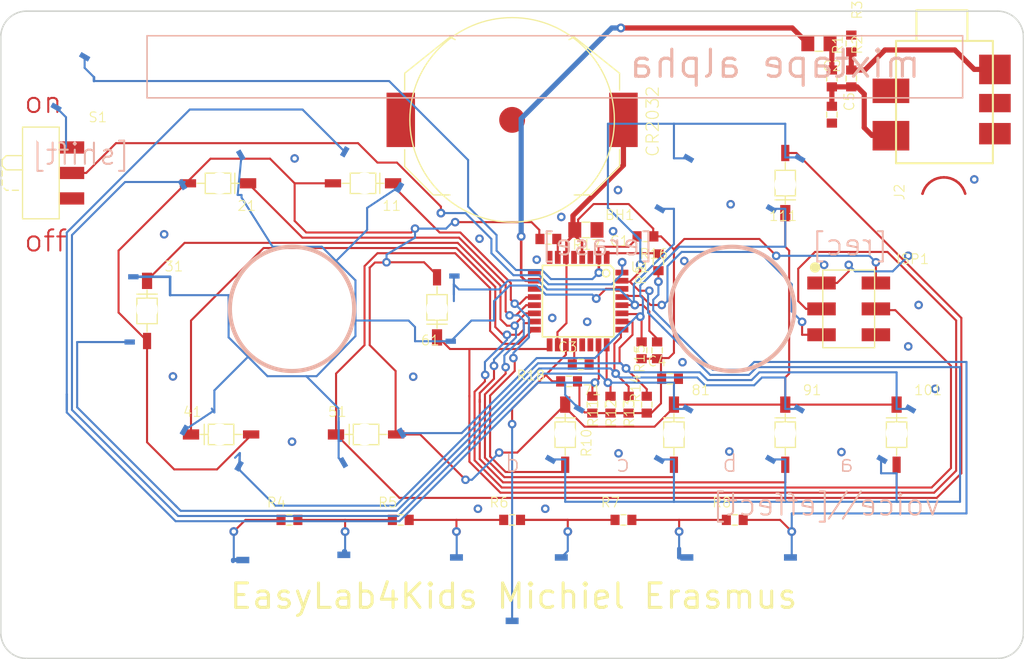
<source format=kicad_pcb>
(kicad_pcb (version 20171130) (host pcbnew "(5.0.0)")
  (layers (0 Top signal) (1 Route2 signal) (2 Route3 signal) (3 Route4 signal) (4 Route5 signal) (5 Route6 signal) (6 Route7 signal) (7 Route8 signal) (8 Route9 signal) (9 Route10 signal) (10 Route11 signal) (11 Route12 signal) (12 Route13 signal) (13 Route14 signal) (14 Route15 signal) (31 Bottom signal) (34 B.Paste user) (35 F.Paste user) (36 B.SilkS user) (37 F.SilkS user) (38 B.Mask user) (39 F.Mask user) (44 Edge.Cuts user))
  (net 0 "")
  (net 1 V+)
  (net 2 PE)
  (net 3 N$16)
  (net 4 "Net-(C5-PadP$1)")
  (net 5 "Net-(J2-PadP$4)")
  (net 6 "Net-(J2-PadP$2)")
  (net 7 "Net-(J2-PadP$1)")
  (net 8 "Net-(BH1-PadP$2)")
  (net 9 "Net-(S1-PadP$2)")
  (net 10 "Net-(U$2-PadP$2)")
  (net 11 "Net-(U$1-PadP$10)")
  (net 12 "Net-(R15-PadP$2)")
  (net 13 "Net-(R14-PadP$2)")
  (net 14 "Net-(R13-PadP$2)")
  (net 15 "Net-(R12-PadP$2)")
  (net 16 "Net-(R11-PadP$2)")
  (net 17 "Net-(R10-PadP$2)")
  (net 18 "Net-(C3-PadP$1)")
  (net 19 "Net-(R18-PadP$1)")
  (net 20 "Net-(C2-Pad2)")
  (net 21 "Net-(U1-Pad8)")
  (net 22 "Net-(R17-PadP$1)")
  (net 23 "Net-(R16-PadP$2)")
  (net 24 "Net-(R9-PadP$2)")
  (net 25 "Net-(R4-PadP$2)")
  (net 26 "Net-(C2-Pad1)")
  (net 27 "Net-(R6-PadP$2)")
  (net 28 "Net-(R5-PadP$2)")
  (net 29 "Net-(R7-PadP$2)")
  (net 30 "Net-(R8-PadP$2)")
  (net 31 "Net-(S1-PadP$3)")
  (net 32 "Net-(ISP1-Pad5)")
  (net 33 "Net-(61-PadP$1)")
  (net 34 "Net-(111-PadP$2)")
  (net 35 "Net-(101-PadP$2)")
  (net 36 "Net-(31-PadP$1)")
  (net 37 "Net-(21-PadP$1)")
  (net 38 "Net-(11-PadP$1)")
  (net 39 "Net-(101-PadP$1)")
  (module "" (layer Top) (at 126.9111 102.4636)
    (fp_text reference @HOLE0 hide)
    (fp_text value "" (at 0 0) (layer F.SilkS) (effects (font (size 1.27 1.27))))
    (pad "" np_thru_hole circle (at 0 0) (size 10.16 10.16) (drill 10.16) (layers *.Cu))
  )
  (module "" (layer Top) (at 170.0911 102.4636)
    (fp_text reference @HOLE1 hide)
    (fp_text value "" (at 0 0) (layer F.SilkS) (effects (font (size 1.27 1.27))))
    (pad "" np_thru_hole circle (at 0 0) (size 10.16 10.16) (drill 10.16) (layers *.Cu))
  )
  (module "" (layer Top) (at 102.1461 132.9436)
    (fp_text reference @HOLE2 hide)
    (fp_text value "" (at 0 0) (layer F.SilkS) (effects (font (size 1.27 1.27))))
    (pad "" np_thru_hole circle (at 0 0) (size 3.7846 3.7846) (drill 3.7846) (layers *.Cu))
  )
  (module "" (layer Top) (at 194.8561 132.9436)
    (fp_text reference @HOLE3 hide)
    (fp_text value "" (at 0 0) (layer F.SilkS) (effects (font (size 1.27 1.27))))
    (pad "" np_thru_hole circle (at 0 0) (size 3.7846 3.7846) (drill 3.7846) (layers *.Cu))
  )
  (module mixtape2:1_8_JACK_STEREO_SMT (layer Top) (at 190.6651 76.1746)
    (fp_text reference J2 (at -3.596 15.717 90) (layer F.SilkS) (effects (font (size 0.9652 0.9652) (thickness 0.09652)) (justify left bottom)))
    (fp_text value 1/8"JACK)
    (pad "" np_thru_hole circle (at 0 3) (size 1.6002 1.6002) (drill 1.6002) (layers *.Cu))
    (pad "" np_thru_hole circle (at 0 9) (size 1.6002 1.6002) (drill 1.6002) (layers *.Cu))
    (pad P$5 smd rect (at -5 9.3 90) (size 2.9 3.6) (layers Top F.Paste F.Mask) (net 4 "Net-(C5-PadP$1)"))
    (pad P$4 smd rect (at -5 4.9 90) (size 2.4 3.6) (layers Top F.Paste F.Mask) (net 5 "Net-(J2-PadP$4)"))
    (pad P$3 smd rect (at 5.2 9.1 90) (size 2.1 3.1) (layers Top F.Paste F.Mask) (net 2 PE))
    (pad P$2 smd rect (at 5.2 6.1 90) (size 1.8 3.1) (layers Top F.Paste F.Mask) (net 6 "Net-(J2-PadP$2)"))
    (pad P$1 smd rect (at 5.2 2.8 90) (size 2.9 3.1) (layers Top F.Paste F.Mask) (net 7 "Net-(J2-PadP$1)"))
  )
  (module mixtape2:BAT-HOLD-BK-912 (layer Top) (at 148.5011 83.9216 180)
    (fp_text reference BH1 (at -12.065 -8.763) (layer F.SilkS) (effects (font (size 0.9652 0.9652) (thickness 0.09652)) (justify right top)))
    (fp_text value "CR2032 BK-912")
    (pad P$3 smd roundrect (at 0 0 180) (size 2.54 2.54) (layers Top F.Mask) (roundrect_rratio 0.5) (net 2 PE))
    (pad P$2 smd rect (at 10.922 0 270) (size 5.334 2.794) (layers Top F.Paste F.Mask) (net 8 "Net-(BH1-PadP$2)"))
    (pad P$1 smd rect (at -10.922 0 270) (size 5.334 2.794) (layers Top F.Paste F.Mask) (net 1 V+))
  )
  (module mixtape2:32-TQFP-NOMOD (layer Top) (at 154.9781 101.7016 270)
    (fp_text reference U1 (at -2.7686 -5.08) (layer F.SilkS) (effects (font (size 0.9652 0.9652) (thickness 0.09652)) (justify left bottom)))
    (fp_text value ATMEGA328P)
    (pad 32 smd rect (at -2.8 -4.2926 270) (size 0.5588 1.27) (layers Top F.Paste F.Mask) (net 9 "Net-(S1-PadP$2)"))
    (pad 31 smd rect (at -2 -4.2926 270) (size 0.5588 1.27) (layers Top F.Paste F.Mask) (net 10 "Net-(U$2-PadP$2)"))
    (pad 30 smd rect (at -1.2 -4.2926 270) (size 0.5588 1.27) (layers Top F.Paste F.Mask) (net 11 "Net-(U$1-PadP$10)"))
    (pad 29 smd rect (at -0.4 -4.2926 270) (size 0.5588 1.27) (layers Top F.Paste F.Mask) (net 32 "Net-(ISP1-Pad5)"))
    (pad 28 smd rect (at 0.4 -4.2926 270) (size 0.5588 1.27) (layers Top F.Paste F.Mask) (net 12 "Net-(R15-PadP$2)"))
    (pad 27 smd rect (at 1.2 -4.2926 270) (size 0.5588 1.27) (layers Top F.Paste F.Mask) (net 13 "Net-(R14-PadP$2)"))
    (pad 26 smd rect (at 2 -4.2926 270) (size 0.5588 1.27) (layers Top F.Paste F.Mask) (net 14 "Net-(R13-PadP$2)"))
    (pad 25 smd rect (at 2.8 -4.2926 270) (size 0.5588 1.27) (layers Top F.Paste F.Mask) (net 15 "Net-(R12-PadP$2)"))
    (pad 24 smd rect (at 4.2926 -2.8 270) (size 1.27 0.5588) (layers Top F.Paste F.Mask) (net 16 "Net-(R11-PadP$2)"))
    (pad 23 smd rect (at 4.2926 -2 270) (size 1.27 0.5588) (layers Top F.Paste F.Mask) (net 17 "Net-(R10-PadP$2)"))
    (pad 22 smd rect (at 4.2926 -1.2 270) (size 1.27 0.5588) (layers Top F.Paste F.Mask) (net 2 PE))
    (pad 21 smd rect (at 4.2926 -0.4 270) (size 1.27 0.5588) (layers Top F.Paste F.Mask) (net 2 PE))
    (pad 20 smd rect (at 4.2926 0.4 270) (size 1.27 0.5588) (layers Top F.Paste F.Mask) (net 18 "Net-(C3-PadP$1)"))
    (pad 19 smd rect (at 4.2926 1.2 270) (size 1.27 0.5588) (layers Top F.Paste F.Mask) (net 19 "Net-(R18-PadP$1)"))
    (pad 18 smd rect (at 4.2926 2 270) (size 1.27 0.5588) (layers Top F.Paste F.Mask) (net 1 V+))
    (pad 17 smd rect (at 4.2926 2.8 270) (size 1.27 0.5588) (layers Top F.Paste F.Mask) (net 33 "Net-(61-PadP$1)"))
    (pad 16 smd rect (at 2.8 4.2926 270) (size 0.5588 1.27) (layers Top F.Paste F.Mask) (net 34 "Net-(111-PadP$2)"))
    (pad 15 smd rect (at 2 4.2926 270) (size 0.5588 1.27) (layers Top F.Paste F.Mask) (net 35 "Net-(101-PadP$2)"))
    (pad 14 smd rect (at 1.2 4.2926 270) (size 0.5588 1.27) (layers Top F.Paste F.Mask) (net 36 "Net-(31-PadP$1)"))
    (pad 13 smd rect (at 0.4 4.2926 270) (size 0.5588 1.27) (layers Top F.Paste F.Mask) (net 37 "Net-(21-PadP$1)"))
    (pad 12 smd rect (at -0.4 4.2926 270) (size 0.5588 1.27) (layers Top F.Paste F.Mask) (net 38 "Net-(11-PadP$1)"))
    (pad 11 smd rect (at -1.2 4.2926 270) (size 0.5588 1.27) (layers Top F.Paste F.Mask) (net 2 PE))
    (pad 10 smd rect (at -2 4.2926 270) (size 0.5588 1.27) (layers Top F.Paste F.Mask) (net 20 "Net-(C2-Pad2)"))
    (pad 9 smd rect (at -2.8 4.2926 270) (size 0.5588 1.27) (layers Top F.Paste F.Mask) (net 2 PE))
    (pad 8 smd rect (at -4.2926 2.8 270) (size 1.27 0.5588) (layers Top F.Paste F.Mask) (net 21 "Net-(U1-Pad8)"))
    (pad 7 smd rect (at -4.2926 2 270) (size 1.27 0.5588) (layers Top F.Paste F.Mask) (net 22 "Net-(R17-PadP$1)"))
    (pad 6 smd rect (at -4.2926 1.2 270) (size 1.27 0.5588) (layers Top F.Paste F.Mask) (net 1 V+))
    (pad 5 smd rect (at -4.2926 0.4 270) (size 1.27 0.5588) (layers Top F.Paste F.Mask) (net 2 PE))
    (pad 4 smd rect (at -4.2926 -0.4 270) (size 1.27 0.5588) (layers Top F.Paste F.Mask) (net 1 V+))
    (pad 3 smd rect (at -4.2926 -1.2 270) (size 1.27 0.5588) (layers Top F.Paste F.Mask) (net 2 PE))
    (pad 2 smd rect (at -4.2926 -2 270) (size 1.27 0.5588) (layers Top F.Paste F.Mask) (net 23 "Net-(R16-PadP$2)"))
    (pad 1 smd rect (at -4.2926 -2.8 270) (size 1.27 0.5588) (layers Top F.Paste F.Mask) (net 24 "Net-(R9-PadP$2)"))
  )
  (module mixtape2:LED-SMT-91-21 (layer Top) (at 119.7991 90.1446 180)
    (fp_text reference 21 (at -3.65 -1.65) (layer F.SilkS) (effects (font (size 0.9652 0.9652) (thickness 0.09652)) (justify right top)))
    (fp_text value RED)
    (pad "" np_thru_hole circle (at 0 0 180) (size 2.1082 2.1082) (drill 2.1082) (layers *.Cu))
    (pad P$2 smd rect (at 3.1 0 270) (size 0.8 1.6) (layers Top F.Paste F.Mask) (net 39 "Net-(101-PadP$1)"))
    (pad P$1 smd rect (at -2.8 0 270) (size 1 1.6) (layers Top F.Paste F.Mask) (net 37 "Net-(21-PadP$1)"))
  )
  (module mixtape2:LED-SMT-91-21 (layer Top) (at 112.6871 102.5144 270)
    (fp_text reference 31 (at -3.65 -1.65) (layer F.SilkS) (effects (font (size 0.9652 0.9652) (thickness 0.09652)) (justify left bottom)))
    (fp_text value RED)
    (pad "" np_thru_hole circle (at 0 0 270) (size 2.1082 2.1082) (drill 2.1082) (layers *.Cu))
    (pad P$2 smd rect (at 3.1 0) (size 0.8 1.6) (layers Top F.Paste F.Mask) (net 39 "Net-(101-PadP$1)"))
    (pad P$1 smd rect (at -2.8 0) (size 1 1.6) (layers Top F.Paste F.Mask) (net 36 "Net-(31-PadP$1)"))
  )
  (module mixtape2:LED-SMT-91-21 (layer Top) (at 134.0231 114.7826)
    (fp_text reference 51 (at -3.65 -1.65) (layer F.SilkS) (effects (font (size 0.9652 0.9652) (thickness 0.09652)) (justify left bottom)))
    (fp_text value RED)
    (pad "" np_thru_hole circle (at 0 0) (size 2.1082 2.1082) (drill 2.1082) (layers *.Cu))
    (pad P$2 smd rect (at 3.1 0 90) (size 0.8 1.6) (layers Top F.Paste F.Mask) (net 39 "Net-(101-PadP$1)"))
    (pad P$1 smd rect (at -2.8 0 90) (size 1 1.6) (layers Top F.Paste F.Mask) (net 34 "Net-(111-PadP$2)"))
  )
  (module mixtape2:LED-SMT-91-21 (layer Top) (at 164.3761 114.6556 270)
    (fp_text reference 81 (at -3.65 -1.65) (layer F.SilkS) (effects (font (size 0.9652 0.9652) (thickness 0.09652)) (justify left bottom)))
    (fp_text value RED)
    (pad "" np_thru_hole circle (at 0 0 270) (size 2.1082 2.1082) (drill 2.1082) (layers *.Cu))
    (pad P$2 smd rect (at 3.1 0) (size 0.8 1.6) (layers Top F.Paste F.Mask) (net 37 "Net-(21-PadP$1)"))
    (pad P$1 smd rect (at -2.8 0) (size 1 1.6) (layers Top F.Paste F.Mask) (net 39 "Net-(101-PadP$1)"))
  )
  (module mixtape2:LED-SMT-91-21 (layer Top) (at 175.2981 114.6556 270)
    (fp_text reference 91 (at -3.65 -1.65) (layer F.SilkS) (effects (font (size 0.9652 0.9652) (thickness 0.09652)) (justify left bottom)))
    (fp_text value RED)
    (pad "" np_thru_hole circle (at 0 0 270) (size 2.1082 2.1082) (drill 2.1082) (layers *.Cu))
    (pad P$2 smd rect (at 3.1 0) (size 0.8 1.6) (layers Top F.Paste F.Mask) (net 36 "Net-(31-PadP$1)"))
    (pad P$1 smd rect (at -2.8 0) (size 1 1.6) (layers Top F.Paste F.Mask) (net 39 "Net-(101-PadP$1)"))
  )
  (module mixtape2:LED-SMT-91-21 (layer Top) (at 175.2981 90.2716 90)
    (fp_text reference 111 (at -3.65 -1.65) (layer F.SilkS) (effects (font (size 0.9652 0.9652) (thickness 0.09652)) (justify left bottom)))
    (fp_text value RED)
    (pad "" np_thru_hole circle (at 0 0 90) (size 2.1082 2.1082) (drill 2.1082) (layers *.Cu))
    (pad P$2 smd rect (at 3.1 0 180) (size 0.8 1.6) (layers Top F.Paste F.Mask) (net 34 "Net-(111-PadP$2)"))
    (pad P$1 smd rect (at -2.8 0 180) (size 1 1.6) (layers Top F.Paste F.Mask) (net 39 "Net-(101-PadP$1)"))
  )
  (module mixtape2:LED-SMT-91-21 (layer Top) (at 134.0231 90.1446 180)
    (fp_text reference 11 (at -3.65 -1.65) (layer F.SilkS) (effects (font (size 0.9652 0.9652) (thickness 0.09652)) (justify right top)))
    (fp_text value RED)
    (pad "" np_thru_hole circle (at 0 0 180) (size 2.1082 2.1082) (drill 2.1082) (layers *.Cu))
    (pad P$2 smd rect (at 3.1 0 270) (size 0.8 1.6) (layers Top F.Paste F.Mask) (net 39 "Net-(101-PadP$1)"))
    (pad P$1 smd rect (at -2.8 0 270) (size 1 1.6) (layers Top F.Paste F.Mask) (net 38 "Net-(11-PadP$1)"))
  )
  (module mixtape2:LED-SMT-91-21 (layer Top) (at 119.7991 114.7826)
    (fp_text reference 41 (at -3.65 -1.65) (layer F.SilkS) (effects (font (size 0.9652 0.9652) (thickness 0.09652)) (justify left bottom)))
    (fp_text value RED)
    (pad "" np_thru_hole circle (at 0 0) (size 2.1082 2.1082) (drill 2.1082) (layers *.Cu))
    (pad P$2 smd rect (at 3.1 0 90) (size 0.8 1.6) (layers Top F.Paste F.Mask) (net 39 "Net-(101-PadP$1)"))
    (pad P$1 smd rect (at -2.8 0 90) (size 1 1.6) (layers Top F.Paste F.Mask) (net 35 "Net-(101-PadP$2)"))
  )
  (module mixtape2:LED-SMT-91-21 (layer Top) (at 141.1351 102.4636 90)
    (fp_text reference 61 (at -3.65 -1.65) (layer F.SilkS) (effects (font (size 0.9652 0.9652) (thickness 0.09652)) (justify left bottom)))
    (fp_text value RED)
    (pad "" np_thru_hole circle (at 0 0 90) (size 2.1082 2.1082) (drill 2.1082) (layers *.Cu))
    (pad P$2 smd rect (at 3.1 0 180) (size 0.8 1.6) (layers Top F.Paste F.Mask) (net 39 "Net-(101-PadP$1)"))
    (pad P$1 smd rect (at -2.8 0 180) (size 1 1.6) (layers Top F.Paste F.Mask) (net 33 "Net-(61-PadP$1)"))
  )
  (module mixtape2:LED-SMT-91-21 (layer Top) (at 153.7081 114.6556 270)
    (fp_text reference 71 (at -3.65 -1.65) (layer F.SilkS) (effects (font (size 0.9652 0.9652) (thickness 0.09652)) (justify left bottom)))
    (fp_text value RED)
    (pad "" np_thru_hole circle (at 0 0 270) (size 2.1082 2.1082) (drill 2.1082) (layers *.Cu))
    (pad P$2 smd rect (at 3.1 0) (size 0.8 1.6) (layers Top F.Paste F.Mask) (net 38 "Net-(11-PadP$1)"))
    (pad P$1 smd rect (at -2.8 0) (size 1 1.6) (layers Top F.Paste F.Mask) (net 39 "Net-(101-PadP$1)"))
  )
  (module mixtape2:LED-SMT-91-21 (layer Top) (at 186.2201 114.6556 270)
    (fp_text reference 101 (at -3.65 -1.65) (layer F.SilkS) (effects (font (size 0.9652 0.9652) (thickness 0.09652)) (justify left bottom)))
    (fp_text value RED)
    (pad "" np_thru_hole circle (at 0 0 270) (size 2.1082 2.1082) (drill 2.1082) (layers *.Cu))
    (pad P$2 smd rect (at 3.1 0) (size 0.8 1.6) (layers Top F.Paste F.Mask) (net 35 "Net-(101-PadP$2)"))
    (pad P$1 smd rect (at -2.8 0) (size 1 1.6) (layers Top F.Paste F.Mask) (net 39 "Net-(101-PadP$1)"))
  )
  (module mixtape2:JMP_6P_DIP_SMT_PEG (layer Top) (at 181.5211 102.4636 270)
    (fp_text reference ISP1 (at -4.318 -4.572) (layer F.SilkS) (effects (font (size 0.9652 0.9652) (thickness 0.09652)) (justify left bottom)))
    (fp_text value SMT/PEG)
    (pad "" np_thru_hole circle (at 1.27 0 270) (size 1.6002 1.6002) (drill 1.6002) (layers *.Cu))
    (pad "" np_thru_hole circle (at -1.27 0 270) (size 1.6002 1.6002) (drill 1.6002) (layers *.Cu))
    (pad 6 smd rect (at 2.54 -2.667 270) (size 1.27 2.794) (layers Top F.Paste F.Mask) (net 2 PE))
    (pad 5 smd rect (at 2.54 2.667 270) (size 1.27 2.794) (layers Top F.Paste F.Mask) (net 32 "Net-(ISP1-Pad5)"))
    (pad 4 smd rect (at 0 -2.667 270) (size 1.27 2.794) (layers Top F.Paste F.Mask) (net 35 "Net-(101-PadP$2)"))
    (pad 3 smd rect (at 0 2.667 270) (size 1.27 2.794) (layers Top F.Paste F.Mask) (net 33 "Net-(61-PadP$1)"))
    (pad 2 smd rect (at -2.54 -2.667 270) (size 1.27 2.794) (layers Top F.Paste F.Mask) (net 1 V+))
    (pad 1 smd rect (at -2.54 2.667 270) (size 1.27 2.794) (layers Top F.Paste F.Mask) (net 34 "Net-(111-PadP$2)"))
  )
  (module mixtape2:0603-SM (layer Top) (at 181.7751 79.8576 270)
    (fp_text reference R2 (at -2.286 -1.143 90) (layer F.SilkS) (effects (font (size 0.9652 0.9652) (thickness 0.09652)) (justify left bottom)))
    (fp_text value 10k)
    (pad P$2 smd rect (at 0.8255 0 270) (size 0.889 1.016) (layers Top F.Paste F.Mask) (net 4 "Net-(C5-PadP$1)"))
    (pad P$1 smd rect (at -0.8255 0 270) (size 0.889 1.016) (layers Top F.Paste F.Mask) (net 7 "Net-(J2-PadP$1)"))
  )
  (module mixtape2:0603-SM (layer Top) (at 181.7751 76.4286 270)
    (fp_text reference R3 (at -2.286 -1.143 90) (layer F.SilkS) (effects (font (size 0.9652 0.9652) (thickness 0.09652)) (justify left bottom)))
    (fp_text value 10k)
    (pad P$2 smd rect (at 0.8255 0 270) (size 0.889 1.016) (layers Top F.Paste F.Mask) (net 7 "Net-(J2-PadP$1)"))
    (pad P$1 smd rect (at -0.8255 0 270) (size 0.889 1.016) (layers Top F.Paste F.Mask) (net 2 PE))
  )
  (module mixtape2:0603-SM (layer Top) (at 126.6571 123.1646)
    (fp_text reference R4 (at -2.286 -1.143) (layer F.SilkS) (effects (font (size 0.9652 0.9652) (thickness 0.09652)) (justify left bottom)))
    (fp_text value 10k)
    (pad P$2 smd rect (at 0.8255 0) (size 0.889 1.016) (layers Top F.Paste F.Mask) (net 25 "Net-(R4-PadP$2)"))
    (pad P$1 smd rect (at -0.8255 0) (size 0.889 1.016) (layers Top F.Paste F.Mask) (net 2 PE))
  )
  (module mixtape2:0603-SM (layer Top) (at 179.8701 79.8576 270)
    (fp_text reference R1 (at -2.286 -1.143 90) (layer F.SilkS) (effects (font (size 0.9652 0.9652) (thickness 0.09652)) (justify left bottom)))
    (fp_text value 100)
    (pad P$2 smd rect (at 0.8255 0 270) (size 0.889 1.016) (layers Top F.Paste F.Mask) (net 4 "Net-(C5-PadP$1)"))
    (pad P$1 smd rect (at -0.8255 0 270) (size 0.889 1.016) (layers Top F.Paste F.Mask) (net 26 "Net-(C2-Pad1)"))
  )
  (module mixtape2:0603-SM (layer Top) (at 148.5011 123.1646)
    (fp_text reference R6 (at -2.286 -1.143) (layer F.SilkS) (effects (font (size 0.9652 0.9652) (thickness 0.09652)) (justify left bottom)))
    (fp_text value 10k)
    (pad P$2 smd rect (at 0.8255 0) (size 0.889 1.016) (layers Top F.Paste F.Mask) (net 27 "Net-(R6-PadP$2)"))
    (pad P$1 smd rect (at -0.8255 0) (size 0.889 1.016) (layers Top F.Paste F.Mask) (net 28 "Net-(R5-PadP$2)"))
  )
  (module mixtape2:0603-SM (layer Top) (at 159.4231 123.1646)
    (fp_text reference R7 (at -2.286 -1.143) (layer F.SilkS) (effects (font (size 0.9652 0.9652) (thickness 0.09652)) (justify left bottom)))
    (fp_text value 10k)
    (pad P$2 smd rect (at 0.8255 0) (size 0.889 1.016) (layers Top F.Paste F.Mask) (net 29 "Net-(R7-PadP$2)"))
    (pad P$1 smd rect (at -0.8255 0) (size 0.889 1.016) (layers Top F.Paste F.Mask) (net 27 "Net-(R6-PadP$2)"))
  )
  (module mixtape2:0603-SM (layer Top) (at 170.3451 123.1646)
    (fp_text reference R8 (at -2.286 -1.143) (layer F.SilkS) (effects (font (size 0.9652 0.9652) (thickness 0.09652)) (justify left bottom)))
    (fp_text value 10k)
    (pad P$2 smd rect (at 0.8255 0) (size 0.889 1.016) (layers Top F.Paste F.Mask) (net 30 "Net-(R8-PadP$2)"))
    (pad P$1 smd rect (at -0.8255 0) (size 0.889 1.016) (layers Top F.Paste F.Mask) (net 29 "Net-(R7-PadP$2)"))
  )
  (module mixtape2:0603-SM (layer Top) (at 162.8521 97.8916 90)
    (fp_text reference R9 (at -2.286 -1.143 90) (layer F.SilkS) (effects (font (size 0.9652 0.9652) (thickness 0.09652)) (justify left bottom)))
    (fp_text value 10k)
    (pad P$2 smd rect (at 0.8255 0 90) (size 0.889 1.016) (layers Top F.Paste F.Mask) (net 24 "Net-(R9-PadP$2)"))
    (pad P$1 smd rect (at -0.8255 0 90) (size 0.889 1.016) (layers Top F.Paste F.Mask) (net 30 "Net-(R8-PadP$2)"))
  )
  (module mixtape2:0603-SM (layer Top) (at 156.3751 111.8616 90)
    (fp_text reference R10 (at -2.286 -1.143 90) (layer F.SilkS) (effects (font (size 0.9652 0.9652) (thickness 0.09652)) (justify right top)))
    (fp_text value 22M)
    (pad P$2 smd rect (at 0.8255 0 90) (size 0.889 1.016) (layers Top F.Paste F.Mask) (net 17 "Net-(R10-PadP$2)"))
    (pad P$1 smd rect (at -0.8255 0 90) (size 0.889 1.016) (layers Top F.Paste F.Mask) (net 1 V+))
  )
  (module mixtape2:0603-SM (layer Top) (at 159.9311 111.8616 90)
    (fp_text reference R12 (at -2.286 -1.143 90) (layer F.SilkS) (effects (font (size 0.9652 0.9652) (thickness 0.09652)) (justify left bottom)))
    (fp_text value 22M)
    (pad P$2 smd rect (at 0.8255 0 90) (size 0.889 1.016) (layers Top F.Paste F.Mask) (net 15 "Net-(R12-PadP$2)"))
    (pad P$1 smd rect (at -0.8255 0 90) (size 0.889 1.016) (layers Top F.Paste F.Mask) (net 1 V+))
  )
  (module mixtape2:0603-SM (layer Top) (at 158.1531 111.8616 90)
    (fp_text reference R11 (at -2.286 -1.143 90) (layer F.SilkS) (effects (font (size 0.9652 0.9652) (thickness 0.09652)) (justify left bottom)))
    (fp_text value 22M)
    (pad P$2 smd rect (at 0.8255 0 90) (size 0.889 1.016) (layers Top F.Paste F.Mask) (net 16 "Net-(R11-PadP$2)"))
    (pad P$1 smd rect (at -0.8255 0 90) (size 0.889 1.016) (layers Top F.Paste F.Mask) (net 1 V+))
  )
  (module mixtape2:0805_SMALL (layer Top) (at 178.6001 76.4286 180)
    (fp_text reference C2 (at -2.286 -1.651) (layer F.SilkS) (effects (font (size 0.9652 0.9652) (thickness 0.09652)) (justify right top)))
    (fp_text value 10uF)
    (pad 1 smd rect (at -1.091 0 180) (size 1.27 1.524) (layers Top F.Paste F.Mask) (net 26 "Net-(C2-Pad1)"))
    (pad 2 smd rect (at 1.091 0 180) (size 1.27 1.524) (layers Top F.Paste F.Mask) (net 20 "Net-(C2-Pad2)"))
  )
  (module mixtape2:0805_SMALL (layer Top) (at 155.7401 94.7166 180)
    (fp_text reference C1 (at -2.286 -1.651) (layer F.SilkS) (effects (font (size 0.9652 0.9652) (thickness 0.09652)) (justify left bottom)))
    (fp_text value 10uF)
    (pad 1 smd rect (at -1.091 0 180) (size 1.27 1.524) (layers Top F.Paste F.Mask) (net 2 PE))
    (pad 2 smd rect (at 1.091 0 180) (size 1.27 1.524) (layers Top F.Paste F.Mask) (net 1 V+))
  )
  (module mixtape2:0603-SM (layer Top) (at 155.2321 107.9246)
    (fp_text reference C3 (at -2.286 -1.143) (layer F.SilkS) (effects (font (size 0.9652 0.9652) (thickness 0.09652)) (justify left bottom)))
    (fp_text value .1uF)
    (pad P$2 smd rect (at 0.8255 0) (size 0.889 1.016) (layers Top F.Paste F.Mask) (net 2 PE))
    (pad P$1 smd rect (at -0.8255 0) (size 0.889 1.016) (layers Top F.Paste F.Mask) (net 18 "Net-(C3-PadP$1)"))
  )
  (module mixtape2:0603-SM (layer Top) (at 161.7091 111.8616 90)
    (fp_text reference R13 (at -2.286 -1.143 90) (layer F.SilkS) (effects (font (size 0.9652 0.9652) (thickness 0.09652)) (justify left bottom)))
    (fp_text value 22M)
    (pad P$2 smd rect (at 0.8255 0 90) (size 0.889 1.016) (layers Top F.Paste F.Mask) (net 14 "Net-(R13-PadP$2)"))
    (pad P$1 smd rect (at -0.8255 0 90) (size 0.889 1.016) (layers Top F.Paste F.Mask) (net 1 V+))
  )
  (module mixtape2:0603-SM (layer Top) (at 161.2011 106.5276 90)
    (fp_text reference R14 (at -2.286 -1.143 90) (layer F.SilkS) (effects (font (size 0.9652 0.9652) (thickness 0.09652)) (justify right top)))
    (fp_text value 22M)
    (pad P$2 smd rect (at 0.8255 0 90) (size 0.889 1.016) (layers Top F.Paste F.Mask) (net 13 "Net-(R14-PadP$2)"))
    (pad P$1 smd rect (at -0.8255 0 90) (size 0.889 1.016) (layers Top F.Paste F.Mask) (net 1 V+))
  )
  (module mixtape2:0603-SM (layer Top) (at 162.7251 106.5276 90)
    (fp_text reference R15 (at -2.286 -1.143 90) (layer F.SilkS) (effects (font (size 0.9652 0.9652) (thickness 0.09652)) (justify left bottom)))
    (fp_text value 22M)
    (pad P$2 smd rect (at 0.8255 0 90) (size 0.889 1.016) (layers Top F.Paste F.Mask) (net 12 "Net-(R15-PadP$2)"))
    (pad P$1 smd rect (at -0.8255 0 90) (size 0.889 1.016) (layers Top F.Paste F.Mask) (net 1 V+))
  )
  (module mixtape2:0603-SM (layer Top) (at 161.5821 95.3516 180)
    (fp_text reference R16 (at -2.286 -1.143) (layer F.SilkS) (effects (font (size 0.9652 0.9652) (thickness 0.09652)) (justify right top)))
    (fp_text value 22M)
    (pad P$2 smd rect (at 0.8255 0 180) (size 0.889 1.016) (layers Top F.Paste F.Mask) (net 23 "Net-(R16-PadP$2)"))
    (pad P$1 smd rect (at -0.8255 0 180) (size 0.889 1.016) (layers Top F.Paste F.Mask) (net 1 V+))
  )
  (module mixtape2:0603-SM (layer Top) (at 152.0571 95.6056 180)
    (fp_text reference R17 (at -2.286 -1.143) (layer F.SilkS) (effects (font (size 0.9652 0.9652) (thickness 0.09652)) (justify left bottom)))
    (fp_text value 2.2k)
    (pad P$2 smd rect (at 0.8255 0 180) (size 0.889 1.016) (layers Top F.Paste F.Mask) (net 39 "Net-(101-PadP$1)"))
    (pad P$1 smd rect (at -0.8255 0 180) (size 0.889 1.016) (layers Top F.Paste F.Mask) (net 22 "Net-(R17-PadP$1)"))
  )
  (module mixtape2:PAD_TOUCH_WHEEL (layer Bottom) (at 126.9111 102.4636 180)
    (fp_text reference U$1 hide)
    (fp_text value PAD_TOUCH_WHEEL hide)
    (pad P$12 smd rect (at -10.5381 11.9044 240) (size 1.016 0.508) (layers Bottom B.Mask) (net 11 "Net-(U$1-PadP$10)"))
    (pad P$11 smd rect (at -5.1726 15.4128 240) (size 1.016 0.508) (layers Bottom B.Mask) (net 17 "Net-(R10-PadP$2)"))
    (pad P$10 smd rect (at 5.0321 15.0794 300) (size 1.016 0.508) (layers Bottom B.Mask) (net 11 "Net-(U$1-PadP$10)"))
    (pad P$9 smd rect (at 10.7532 12.187 300) (size 1.016 0.508) (layers Bottom B.Mask) (net 16 "Net-(R11-PadP$2)"))
    (pad P$8 smd rect (at 10.5636 -11.9044 60) (size 1.016 0.508) (layers Bottom B.Mask) (net 11 "Net-(U$1-PadP$10)"))
    (pad P$7 smd rect (at 5.1981 -15.4128 60) (size 1.016 0.508) (layers Bottom B.Mask) (net 14 "Net-(R13-PadP$2)"))
    (pad P$6 smd rect (at -5.032 -15.0794 120) (size 1.016 0.508) (layers Bottom B.Mask) (net 11 "Net-(U$1-PadP$10)"))
    (pad P$5 smd rect (at -10.7531 -12.187 120) (size 1.016 0.508) (layers Bottom B.Mask) (net 13 "Net-(R14-PadP$2)"))
    (pad P$4 smd rect (at 15.5702 3.1496) (size 1.016 0.508) (layers Bottom B.Mask) (net 11 "Net-(U$1-PadP$10)"))
    (pad P$3 smd rect (at 15.9258 -3.2512) (size 1.016 0.508) (layers Bottom B.Mask) (net 15 "Net-(R12-PadP$2)"))
    (pad P$2 smd rect (at -15.5702 -3.175 180) (size 1.016 0.508) (layers Bottom B.Mask) (net 11 "Net-(U$1-PadP$10)"))
    (pad P$1 smd rect (at -15.9258 3.2258 180) (size 1.016 0.508) (layers Bottom B.Mask) (net 12 "Net-(R15-PadP$2)"))
  )
  (module mixtape2:PAD_TOUCH_DOT (layer Bottom) (at 153.7081 114.6556 180)
    (fp_text reference U$2 hide)
    (fp_text value PAD_TOUCH hide)
    (pad P$2 smd rect (at 1.4291 -2.5769 150) (size 1.016 0.508) (layers Bottom B.Mask) (net 10 "Net-(U$2-PadP$2)"))
    (pad P$1 smd rect (at -1.3715 2.3755 150) (size 1.016 0.508) (layers Bottom B.Mask) (net 17 "Net-(R10-PadP$2)"))
  )
  (module mixtape2:PAD_TOUCH_DOT (layer Bottom) (at 164.3761 114.6556 180)
    (fp_text reference U$3 hide)
    (fp_text value PAD_TOUCH hide)
    (pad P$2 smd rect (at 1.4291 -2.5769 150) (size 1.016 0.508) (layers Bottom B.Mask) (net 10 "Net-(U$2-PadP$2)"))
    (pad P$1 smd rect (at -1.3715 2.3755 150) (size 1.016 0.508) (layers Bottom B.Mask) (net 16 "Net-(R11-PadP$2)"))
  )
  (module mixtape2:PAD_TOUCH_DOT (layer Bottom) (at 175.2981 114.6556 180)
    (fp_text reference U$4 hide)
    (fp_text value PAD_TOUCH hide)
    (pad P$2 smd rect (at 1.4291 -2.5769 150) (size 1.016 0.508) (layers Bottom B.Mask) (net 10 "Net-(U$2-PadP$2)"))
    (pad P$1 smd rect (at -1.3715 2.3755 150) (size 1.016 0.508) (layers Bottom B.Mask) (net 15 "Net-(R12-PadP$2)"))
  )
  (module mixtape2:PAD_TOUCH_DOT (layer Bottom) (at 186.2201 114.6556 180)
    (fp_text reference U$5 hide)
    (fp_text value PAD_TOUCH hide)
    (pad P$2 smd rect (at 1.4291 -2.5769 150) (size 1.016 0.508) (layers Bottom B.Mask) (net 10 "Net-(U$2-PadP$2)"))
    (pad P$1 smd rect (at -1.3715 2.3755 150) (size 1.016 0.508) (layers Bottom B.Mask) (net 14 "Net-(R13-PadP$2)"))
  )
  (module mixtape2:PAD_TOUCH_DOT (layer Bottom) (at 175.2981 90.2716)
    (fp_text reference U$6 hide)
    (fp_text value PAD_TOUCH hide)
    (pad P$2 smd rect (at 1.4291 -2.5769 330) (size 1.016 0.508) (layers Bottom B.Mask) (net 10 "Net-(U$2-PadP$2)"))
    (pad P$1 smd rect (at -1.3715 2.3755 330) (size 1.016 0.508) (layers Bottom B.Mask) (net 13 "Net-(R14-PadP$2)"))
  )
  (module mixtape2:PAD_TOUCH_DOT (layer Bottom) (at 164.3761 90.2716)
    (fp_text reference U$7 hide)
    (fp_text value PAD_TOUCH hide)
    (pad P$2 smd rect (at 1.4291 -2.5769 330) (size 1.016 0.508) (layers Bottom B.Mask) (net 10 "Net-(U$2-PadP$2)"))
    (pad P$1 smd rect (at -1.3715 2.3755 330) (size 1.016 0.508) (layers Bottom B.Mask) (net 12 "Net-(R15-PadP$2)"))
  )
  (module mixtape2:PAD_TOUCH_DOT (layer Bottom) (at 105.1941 80.1116 180)
    (fp_text reference U$8 hide)
    (fp_text value PAD_TOUCH hide)
    (pad P$2 smd rect (at 1.4291 -2.5769 150) (size 1.016 0.508) (layers Bottom B.Mask) (net 2 PE))
    (pad P$1 smd rect (at -1.3715 2.3755 150) (size 1.016 0.508) (layers Bottom B.Mask) (net 23 "Net-(R16-PadP$2)"))
  )
  (module mixtape2:0603-SM (layer Top) (at 137.5791 123.1646)
    (fp_text reference R5 (at -2.286 -1.143) (layer F.SilkS) (effects (font (size 0.9652 0.9652) (thickness 0.09652)) (justify left bottom)))
    (fp_text value 10k)
    (pad P$2 smd rect (at 0.8255 0) (size 0.889 1.016) (layers Top F.Paste F.Mask) (net 28 "Net-(R5-PadP$2)"))
    (pad P$1 smd rect (at -0.8255 0) (size 0.889 1.016) (layers Top F.Paste F.Mask) (net 25 "Net-(R4-PadP$2)"))
  )
  (module mixtape2:PAD_TOUCH_SLIDER (layer Bottom) (at 148.5011 130.0226 180)
    (fp_text reference U$9 hide)
    (fp_text value PAD_TOUCH_SLIDERSLIDER hide)
    (pad P$7 smd rect (at 26.416 2.921 180) (size 1.27 0.635) (layers Bottom B.Mask) (net 2 PE))
    (pad P$6 smd rect (at 16.51 3.429 180) (size 1.27 0.635) (layers Bottom B.Mask) (net 25 "Net-(R4-PadP$2)"))
    (pad P$5 smd rect (at 5.461 3.175 180) (size 1.27 0.635) (layers Bottom B.Mask) (net 28 "Net-(R5-PadP$2)"))
    (pad P$4 smd rect (at -4.826 3.175 180) (size 1.27 0.635) (layers Bottom B.Mask) (net 27 "Net-(R6-PadP$2)"))
    (pad P$3 smd rect (at -17.145 3.175 180) (size 1.27 0.635) (layers Bottom B.Mask) (net 29 "Net-(R7-PadP$2)"))
    (pad P$2 smd rect (at -27.305 3.175 180) (size 1.27 0.635) (layers Bottom B.Mask) (net 30 "Net-(R8-PadP$2)"))
    (pad P$1 smd rect (at 0 -3.048 180) (size 1.27 0.635) (layers Bottom B.Mask) (net 19 "Net-(R18-PadP$1)"))
  )
  (module mixtape2:0603-SM (layer Top) (at 154.0891 109.5756)
    (fp_text reference R18 (at -2.286 -1.143) (layer F.SilkS) (effects (font (size 0.9652 0.9652) (thickness 0.09652)) (justify right top)))
    (fp_text value 22M)
    (pad P$2 smd rect (at 0.8255 0) (size 0.889 1.016) (layers Top F.Paste F.Mask) (net 1 V+))
    (pad P$1 smd rect (at -0.8255 0) (size 0.889 1.016) (layers Top F.Paste F.Mask) (net 19 "Net-(R18-PadP$1)"))
  )
  (module mixtape2:SWITCH_SLIDE_JS102011 (layer Top) (at 102.2731 89.1286 270)
    (fp_text reference S1 (at -4.9 -4.6) (layer F.SilkS) (effects (font (size 0.9652 0.9652) (thickness 0.09652)) (justify left bottom)))
    (fp_text value JS102011)
    (pad "" np_thru_hole circle (at 3.4 0 270) (size 0.889 0.889) (drill 0.889) (layers *.Cu))
    (pad "" np_thru_hole circle (at -3.4 0 270) (size 0.889 0.889) (drill 0.889) (layers *.Cu))
    (pad P$3 smd rect (at 2.5 -3) (size 2.5 1.2) (layers Top F.Paste F.Mask) (net 31 "Net-(S1-PadP$3)"))
    (pad P$2 smd rect (at 0 -3) (size 2.5 1.2) (layers Top F.Paste F.Mask) (net 9 "Net-(S1-PadP$2)"))
    (pad P$1 smd rect (at -2.5 -3) (size 2.5 1.2) (layers Top F.Paste F.Mask) (net 2 PE))
  )
  (module mixtape2:0603-SM (layer Top) (at 163.9951 109.3216)
    (fp_text reference C4 (at -2.286 -1.143) (layer F.SilkS) (effects (font (size 0.9652 0.9652) (thickness 0.09652)) (justify left bottom)))
    (fp_text value .1uF)
    (pad P$2 smd rect (at 0.8255 0) (size 0.889 1.016) (layers Top F.Paste F.Mask) (net 2 PE))
    (pad P$1 smd rect (at -0.8255 0) (size 0.889 1.016) (layers Top F.Paste F.Mask) (net 1 V+))
  )
  (module mixtape2:0603-SM (layer Top) (at 179.8701 83.4136 270)
    (fp_text reference C5 (at -2.286 -1.143 90) (layer F.SilkS) (effects (font (size 0.9652 0.9652) (thickness 0.09652)) (justify right top)))
    (fp_text value .1uF)
    (pad P$2 smd rect (at 0.8255 0 270) (size 0.889 1.016) (layers Top F.Paste F.Mask) (net 2 PE))
    (pad P$1 smd rect (at -0.8255 0 270) (size 0.889 1.016) (layers Top F.Paste F.Mask) (net 4 "Net-(C5-PadP$1)"))
  )
  (gr_text "EasyLab4Kids Michiel Erasmus" (at 148.65 130.65) (layer F.SilkS) (effects (font (size 2.4 2.4) (thickness 0.3))))
  (gr_line (start 112.6871 75.6666) (end 192.6971 75.6666) (layer B.SilkS) (width 0.15))
  (gr_line (start 192.6971 75.6666) (end 192.6971 81.7626) (layer B.SilkS) (width 0.15))
  (gr_line (start 192.6971 81.7626) (end 112.6871 81.7626) (layer B.SilkS) (width 0.15))
  (gr_line (start 112.6871 81.7626) (end 112.6871 75.6666) (layer B.SilkS) (width 0.15))
  (gr_arc (start 196.1261 75.7936) (end 198.6661 75.7936) (angle -90) (layer Edge.Cuts) (width 0.15))
  (gr_line (start 196.1261 73.2536) (end 100.8761 73.2536) (layer Edge.Cuts) (width 0.15))
  (gr_arc (start 100.8761 75.7936) (end 100.8761 73.2536) (angle -90) (layer Edge.Cuts) (width 0.15))
  (gr_line (start 98.3361 75.7936) (end 98.3361 134.2136) (layer Edge.Cuts) (width 0.15))
  (gr_arc (start 100.8761 134.2136) (end 98.3361 134.2136) (angle -90) (layer Edge.Cuts) (width 0.15))
  (gr_line (start 100.8761 136.7536) (end 196.1261 136.7536) (layer Edge.Cuts) (width 0.15))
  (gr_arc (start 196.1261 134.2136) (end 196.1261 136.7536) (angle -90) (layer Edge.Cuts) (width 0.15))
  (gr_line (start 198.6661 134.2136) (end 198.6661 75.7936) (layer Edge.Cuts) (width 0.15))
  (gr_circle (center 126.9111 102.4636) (end 133.0071 102.4636) (layer B.SilkS) (width 0.4064))
  (gr_circle (center 170.0911 102.4636) (end 176.1871 102.4636) (layer B.SilkS) (width 0.4064))
  (gr_text "mixtape alpha" (at 188.7601 79.9846) (layer B.SilkS) (effects (font (size 2.6543 2.6543) (thickness 0.30734)) (justify left bottom mirror)))
  (gr_text a (at 182.1561 118.5926) (layer B.SilkS) (effects (font (size 1.6891 1.6891) (thickness 0.14224)) (justify left bottom mirror)))
  (gr_text b (at 170.7261 118.5926) (layer B.SilkS) (effects (font (size 1.6891 1.6891) (thickness 0.14224)) (justify left bottom mirror)))
  (gr_text c (at 160.1851 118.5926) (layer B.SilkS) (effects (font (size 1.6891 1.6891) (thickness 0.14224)) (justify left bottom mirror)))
  (gr_text d (at 149.3901 118.5926) (layer B.SilkS) (effects (font (size 1.6891 1.6891) (thickness 0.14224)) (justify left bottom mirror)))
  (gr_text voice\\[effect] (at 190.6651 122.9106) (layer B.SilkS) (effects (font (size 2.07518 2.07518) (thickness 0.196596)) (justify left bottom mirror)))
  (gr_text on (at 100.4951 83.4136) (layer Top) (effects (font (size 2.07518 2.07518) (thickness 0.196596)) (justify left bottom)))
  (gr_text off (at 100.4951 97.0026) (layer Top) (effects (font (size 2.07518 2.07518) (thickness 0.196596)) (justify left bottom)))
  (gr_text [shift] (at 111.1631 88.4936) (layer B.SilkS) (effects (font (size 2.07518 2.07518) (thickness 0.196596)) (justify left bottom mirror)))
  (gr_text [erase] (at 162.5981 97.3836) (layer B.SilkS) (effects (font (size 2.07518 2.07518) (thickness 0.196596)) (justify left bottom mirror)))
  (gr_text [rec] (at 185.5851 97.3836) (layer B.SilkS) (effects (font (size 2.07518 2.07518) (thickness 0.196596)) (justify left bottom mirror)))
  (gr_text CR2032 (at 161.5821 80.4926 90) (layer F.SilkS) (effects (font (size 1.2065 1.2065) (thickness 0.1016)) (justify right top)))
  (segment (start 160.1851 112.6871) (end 161.7091 112.6871) (width 0.2032) (layer Top) (net 1))
  (segment (start 160.1851 112.6871) (end 159.9946 112.6871) (width 0.2032) (layer Top) (net 1))
  (segment (start 156.3751 112.6871) (end 156.3116 112.6871) (width 0.2032) (layer Top) (net 1))
  (segment (start 156.3751 112.6871) (end 158.1531 112.6871) (width 0.2032) (layer Top) (net 1))
  (segment (start 156.3116 112.6871) (end 156.2481 112.6236) (width 0.2032) (layer Top) (net 1))
  (segment (start 156.3751 112.6871) (end 156.3751 112.6236) (width 0.2032) (layer Top) (net 1))
  (segment (start 156.3751 112.6236) (end 155.6131 112.6236) (width 0.2032) (layer Top) (net 1))
  (segment (start 161.7091 112.6871) (end 162.1536 112.6871) (width 0.2032) (layer Top) (net 1))
  (segment (start 159.4231 83.9216) (end 159.5501 83.9216) (width 0.2032) (layer Top) (net 1))
  (segment (start 155.6131 112.6236) (end 155.1051 112.1156) (width 0.2032) (layer Top) (net 1))
  (segment (start 162.1536 112.6871) (end 163.1061 111.7346) (width 0.2032) (layer Top) (net 1))
  (segment (start 163.0426 107.6071) (end 162.7251 107.3531) (width 0.2032) (layer Top) (net 1))
  (segment (start 162.7251 107.3531) (end 161.2011 107.3531) (width 0.2032) (layer Top) (net 1))
  (segment (start 162.7251 107.4166) (end 163.0426 107.6071) (width 0.2032) (layer Top) (net 1))
  (segment (start 163.1061 111.7346) (end 163.1061 109.4486) (width 0.2032) (layer Top) (net 1))
  (segment (start 153.8351 97.466) (end 153.8351 97.5106) (width 0.254) (layer Top) (net 1))
  (segment (start 153.8351 97.466) (end 153.7781 97.409) (width 0.254) (layer Top) (net 1))
  (segment (start 154.6866 95.0601) (end 153.8351 95.9116) (width 0.254) (layer Top) (net 1))
  (segment (start 154.6491 94.7166) (end 154.6866 95.0601) (width 0.254) (layer Top) (net 1))
  (segment (start 153.8351 95.9116) (end 153.8351 97.466) (width 0.254) (layer Top) (net 1))
  (segment (start 154.6743 94.8528) (end 154.6491 94.7166) (width 0.254) (layer Top) (net 1))
  (segment (start 154.7761 95.4036) (end 154.6743 94.8528) (width 0.254) (layer Top) (net 1))
  (segment (start 155.3591 97.5106) (end 155.3781 97.4916) (width 0.254) (layer Top) (net 1))
  (segment (start 155.3781 97.4916) (end 155.3781 97.409) (width 0.254) (layer Top) (net 1))
  (segment (start 155.3591 95.9866) (end 155.3591 97.5106) (width 0.254) (layer Top) (net 1))
  (segment (start 154.6866 95.0601) (end 154.7241 95.0976) (width 0.508) (layer Top) (net 1))
  (segment (start 154.7241 95.0976) (end 154.9781 94.8436) (width 0.508) (layer Top) (net 1))
  (segment (start 153.8351 97.5106) (end 153.8351 103.8606) (width 0.2032) (layer Top) (net 1))
  (segment (start 153.8351 103.8606) (end 152.9461 104.7496) (width 0.2032) (layer Top) (net 1))
  (segment (start 152.9461 105.8926) (end 152.9781 105.9246) (width 0.2032) (layer Top) (net 1))
  (segment (start 152.9781 105.9246) (end 152.9781 105.9942) (width 0.2032) (layer Top) (net 1))
  (segment (start 152.9461 104.7496) (end 152.9461 105.8926) (width 0.2032) (layer Top) (net 1))
  (segment (start 155.1051 109.5756) (end 154.9146 109.5756) (width 0.2032) (layer Top) (net 1))
  (segment (start 155.1051 112.1156) (end 155.1051 109.5756) (width 0.2032) (layer Top) (net 1))
  (segment (start 159.4231 88.3666) (end 159.4231 83.9216) (width 0.508) (layer Top) (net 1))
  (segment (start 154.4701 93.3196) (end 159.4231 88.3666) (width 0.508) (layer Top) (net 1))
  (segment (start 154.7149 94.8528) (end 154.7241 94.8436) (width 0.508) (layer Top) (net 1))
  (segment (start 154.6743 94.8528) (end 154.7149 94.8528) (width 0.508) (layer Top) (net 1))
  (segment (start 154.4701 94.5896) (end 154.4701 93.3196) (width 0.508) (layer Top) (net 1))
  (segment (start 154.7241 94.8436) (end 154.4701 94.5896) (width 0.508) (layer Top) (net 1))
  (segment (start 154.7761 94.5376) (end 154.7761 94.7166) (width 0.2032) (layer Top) (net 1))
  (segment (start 154.7761 94.7166) (end 154.7761 95.4036) (width 0.2032) (layer Top) (net 1))
  (segment (start 154.9781 94.3356) (end 154.7761 94.5376) (width 0.2032) (layer Top) (net 1))
  (segment (start 154.9781 93.7006) (end 154.9781 94.3356) (width 0.2032) (layer Top) (net 1))
  (segment (start 156.5021 92.1766) (end 154.9781 93.7006) (width 0.2032) (layer Top) (net 1))
  (segment (start 159.9311 92.1766) (end 156.5021 92.1766) (width 0.2032) (layer Top) (net 1))
  (segment (start 162.7251 107.3531) (end 162.7886 107.4166) (width 0.2032) (layer Top) (net 1))
  (segment (start 154.7761 94.7166) (end 154.7241 94.7166) (width 0.254) (layer Top) (net 1))
  (segment (start 154.7241 95.3516) (end 155.3591 95.9866) (width 0.254) (layer Top) (net 1))
  (segment (start 154.7241 94.7166) (end 154.7241 95.3516) (width 0.254) (layer Top) (net 1))
  (segment (start 162.3441 95.6056) (end 162.4076 95.3516) (width 0.2032) (layer Top) (net 1))
  (segment (start 162.3441 94.5896) (end 159.9311 92.1766) (width 0.2032) (layer Top) (net 1))
  (segment (start 162.3441 95.3516) (end 162.3441 94.5896) (width 0.2032) (layer Top) (net 1))
  (segment (start 162.3441 95.3516) (end 162.3441 95.6056) (width 0.2032) (layer Top) (net 1))
  (segment (start 164.3761 106.7816) (end 164.3761 96.6216) (width 0.2032) (layer Top) (net 1))
  (segment (start 164.3761 96.6216) (end 165.3921 95.6056) (width 0.2032) (layer Top) (net 1))
  (segment (start 165.3921 95.6056) (end 172.7581 95.6056) (width 0.2032) (layer Top) (net 1))
  (segment (start 172.7581 95.6056) (end 174.4091 97.2566) (width 0.2032) (layer Top) (net 1))
  (segment (start 174.4091 97.2566) (end 183.5531 97.2566) (width 0.2032) (layer Bottom) (net 1))
  (segment (start 183.5531 97.2566) (end 184.1881 97.8916) (width 0.2032) (layer Bottom) (net 1))
  (segment (start 184.1881 97.8916) (end 184.1881 99.9236) (width 0.2032) (layer Top) (net 1))
  (segment (start 163.1061 109.4486) (end 163.1061 109.3851) (width 0.2032) (layer Top) (net 1))
  (segment (start 163.1061 109.3851) (end 163.1696 109.3216) (width 0.2032) (layer Top) (net 1))
  (segment (start 162.7251 107.5436) (end 162.7251 107.4166) (width 0.2032) (layer Top) (net 1))
  (segment (start 162.7251 107.4166) (end 162.7251 107.3531) (width 0.2032) (layer Top) (net 1))
  (segment (start 163.1061 109.4486) (end 163.1061 107.5436) (width 0.2032) (layer Top) (net 1))
  (segment (start 163.1061 107.5436) (end 162.7251 107.5436) (width 0.2032) (layer Top) (net 1))
  (segment (start 162.7251 107.3531) (end 162.7886 107.2896) (width 0.2032) (layer Top) (net 1))
  (segment (start 163.8681 107.2896) (end 164.3761 106.7816) (width 0.2032) (layer Top) (net 1))
  (segment (start 162.7886 107.2896) (end 163.8681 107.2896) (width 0.2032) (layer Top) (net 1))
  (segment (start 162.3441 95.3516) (end 162.4076 95.3516) (width 0.2032) (layer Top) (net 1))
  (segment (start 164.3761 96.6216) (end 163.1061 95.3516) (width 0.2032) (layer Top) (net 1))
  (segment (start 163.1061 95.3516) (end 162.3441 95.3516) (width 0.2032) (layer Top) (net 1))
  (segment (start 160.1851 112.6236) (end 160.1851 112.6871) (width 0.2032) (layer Top) (net 1))
  (segment (start 158.1531 112.6871) (end 159.9311 112.6871) (width 0.2032) (layer Top) (net 1))
  (segment (start 159.9311 112.6871) (end 160.1216 112.6871) (width 0.2032) (layer Top) (net 1))
  (segment (start 160.1216 112.6871) (end 160.1851 112.6236) (width 0.2032) (layer Top) (net 1))
  (segment (start 158.1531 112.6871) (end 158.1531 112.6236) (width 0.2032) (layer Top) (net 1))
  (segment (start 159.9311 112.6871) (end 158.2166 112.6871) (width 0.2032) (layer Top) (net 1))
  (segment (start 158.1531 112.6236) (end 158.2166 112.6871) (width 0.2032) (layer Top) (net 1))
  (via (at 174.4091 97.2566) (size 0.8382) (drill 0.4318) (layers Top Bottom) (net 1))
  (via (at 184.1881 97.8916) (size 0.8382) (drill 0.4318) (layers Top Bottom) (net 1))
  (segment (start 121.1961 127.1016) (end 121.1961 124.3076) (width 0.2032) (layer Bottom) (net 2))
  (segment (start 125.8316 123.1646) (end 125.8951 123.1646) (width 0.2032) (layer Top) (net 2))
  (segment (start 121.1961 124.3076) (end 122.3391 123.1646) (width 0.2032) (layer Top) (net 2))
  (segment (start 122.3391 123.1646) (end 125.8316 123.1646) (width 0.2032) (layer Top) (net 2))
  (segment (start 121.1199 127.1016) (end 121.1961 127.1016) (width 0.4064) (layer Bottom) (net 2))
  (segment (start 121.1199 127.1016) (end 122.0851 127.1016) (width 0.4064) (layer Bottom) (net 2))
  (segment (start 121.1199 127.1016) (end 121.1199 127.2032) (width 0.4064) (layer Bottom) (net 2))
  (segment (start 104.7369 83.6604) (end 103.765 82.6885) (width 0.2032) (layer Bottom) (net 2))
  (segment (start 104.7369 86.6394) (end 104.7369 83.6604) (width 0.2032) (layer Bottom) (net 2))
  (via (at 150.9141 97.6376) (size 0.8382) (drill 0.4318) (layers Top Bottom) (net 2))
  (via (at 158.4071 94.8436) (size 0.8382) (drill 0.4318) (layers Top Bottom) (net 2))
  (via (at 188.3791 102.0826) (size 0.8382) (drill 0.4318) (layers Top Bottom) (net 2))
  (via (at 179.1081 98.1456) (size 0.8382) (drill 0.4318) (layers Top Bottom) (net 2))
  (via (at 153.3271 93.4466) (size 0.8382) (drill 0.4318) (layers Top Bottom) (net 2))
  (via (at 155.8671 103.7336) (size 0.8382) (drill 0.4318) (layers Top Bottom) (net 2))
  (via (at 152.4381 103.3526) (size 0.8382) (drill 0.4318) (layers Top Bottom) (net 2))
  (via (at 193.8401 89.7636) (size 0.8382) (drill 0.4318) (layers Top Bottom) (net 2))
  (via (at 187.3631 106.1466) (size 0.8382) (drill 0.4318) (layers Top Bottom) (net 2))
  (via (at 121.1961 124.3076) (size 0.8636) (drill 0.4318) (layers Top Bottom) (net 2))
  (via (at 180.8099 116.5098) (size 0.8382) (drill 0.4318) (layers Top Bottom) (net 2))
  (via (at 158.9405 116.6368) (size 0.8382) (drill 0.4318) (layers Top Bottom) (net 2))
  (via (at 169.8117 116.459) (size 0.8382) (drill 0.4318) (layers Top Bottom) (net 2))
  (via (at 190.0047 110.3122) (size 0.8382) (drill 0.4318) (layers Top Bottom) (net 2))
  (via (at 169.9387 92.202) (size 0.8382) (drill 0.4318) (layers Top Bottom) (net 2))
  (via (at 165.2143 107.696) (size 0.8382) (drill 0.4318) (layers Top Bottom) (net 2))
  (via (at 165.3921 97.7646) (size 0.8382) (drill 0.4318) (layers Top Bottom) (net 2))
  (via (at 126.9111 115.4938) (size 0.8382) (drill 0.4318) (layers Top Bottom) (net 2))
  (via (at 115.2271 109.093) (size 0.8382) (drill 0.4318) (layers Top Bottom) (net 2))
  (via (at 114.3635 95.1484) (size 0.8382) (drill 0.4318) (layers Top Bottom) (net 2))
  (via (at 127.1651 87.7062) (size 0.8382) (drill 0.4318) (layers Top Bottom) (net 2))
  (via (at 138.7983 109.1184) (size 0.8382) (drill 0.4318) (layers Top Bottom) (net 2))
  (via (at 145.3007 95.5802) (size 0.8382) (drill 0.4318) (layers Top Bottom) (net 2))
  (via (at 151.7523 122.0724) (size 0.8382) (drill 0.4318) (layers Top Bottom) (net 2))
  (via (at 145.1483 122.0724) (size 0.8382) (drill 0.4318) (layers Top Bottom) (net 2))
  (via (at 158.8897 90.805) (size 0.8382) (drill 0.4318) (layers Top Bottom) (net 2))
  (segment (start 188.7601 91.1606) (end 188.7601 91.1606) (width 0.254) (layer Top) (net 3))
  (segment (start 188.7601 91.1606) (end 188.864624 90.863914) (width 0.254) (layer Top) (net 3))
  (segment (start 188.864624 90.863914) (end 189.010906 90.585438) (width 0.254) (layer Top) (net 3))
  (segment (start 189.010906 90.585438) (end 189.195877 90.33101) (width 0.254) (layer Top) (net 3))
  (segment (start 189.195877 90.33101) (end 189.415659 90.105969) (width 0.254) (layer Top) (net 3))
  (segment (start 189.415659 90.105969) (end 189.665641 89.915033) (width 0.254) (layer Top) (net 3))
  (segment (start 189.665641 89.915033) (end 189.940581 89.762208) (width 0.254) (layer Top) (net 3))
  (segment (start 189.940581 89.762208) (end 190.234713 89.650699) (width 0.254) (layer Top) (net 3))
  (segment (start 190.234713 89.650699) (end 190.541866 89.582843) (width 0.254) (layer Top) (net 3))
  (segment (start 190.541866 89.582843) (end 190.8556 89.560066) (width 0.254) (layer Top) (net 3))
  (segment (start 190.8556 89.560066) (end 191.169334 89.582843) (width 0.254) (layer Top) (net 3))
  (segment (start 191.169334 89.582843) (end 191.476487 89.650699) (width 0.254) (layer Top) (net 3))
  (segment (start 191.476487 89.650699) (end 191.770619 89.762208) (width 0.254) (layer Top) (net 3))
  (segment (start 191.770619 89.762208) (end 192.045559 89.915033) (width 0.254) (layer Top) (net 3))
  (segment (start 192.045559 89.915033) (end 192.295541 90.105969) (width 0.254) (layer Top) (net 3))
  (segment (start 192.295541 90.105969) (end 192.515323 90.33101) (width 0.254) (layer Top) (net 3))
  (segment (start 192.515323 90.33101) (end 192.700294 90.585438) (width 0.254) (layer Top) (net 3))
  (segment (start 192.700294 90.585438) (end 192.846576 90.863914) (width 0.254) (layer Top) (net 3))
  (segment (start 192.846576 90.863914) (end 192.9511 91.1606) (width 0.254) (layer Top) (net 3))
  (segment (start 181.8386 80.6831) (end 181.8386 80.6831) (width 0.508) (layer Top) (net 4))
  (segment (start 181.8386 80.6831) (end 181.9021 80.7466) (width 0.508) (layer Top) (net 4))
  (segment (start 181.7751 80.6831) (end 181.8386 80.6831) (width 0.508) (layer Top) (net 4))
  (segment (start 179.8701 80.6831) (end 181.7751 80.6831) (width 0.508) (layer Top) (net 4))
  (segment (start 181.8386 80.6831) (end 181.8386 80.6831) (width 0.508) (layer Top) (net 4))
  (segment (start 181.8386 80.6831) (end 181.9021 80.7466) (width 0.508) (layer Top) (net 4))
  (segment (start 181.7751 80.6831) (end 182.3466 80.6831) (width 0.508) (layer Top) (net 4))
  (segment (start 185.7121 85.5726) (end 185.7121 85.5726) (width 0.508) (layer Top) (net 4))
  (segment (start 185.7121 85.5726) (end 185.6651 85.5256) (width 0.508) (layer Top) (net 4))
  (segment (start 185.6651 85.5256) (end 185.6651 85.4746) (width 0.508) (layer Top) (net 4))
  (segment (start 183.8071 85.4456) (end 185.5851 85.4456) (width 0.508) (layer Top) (net 4))
  (segment (start 185.5851 85.4456) (end 185.5851 85.4456) (width 0.508) (layer Top) (net 4))
  (segment (start 185.5851 85.4456) (end 185.7121 85.5726) (width 0.508) (layer Top) (net 4))
  (segment (start 183.0451 84.6836) (end 183.8071 85.4456) (width 0.508) (layer Top) (net 4))
  (segment (start 182.3466 80.6831) (end 183.0451 81.3816) (width 0.508) (layer Top) (net 4))
  (segment (start 183.0451 81.3816) (end 183.0451 84.6836) (width 0.508) (layer Top) (net 4))
  (segment (start 179.8701 82.5881) (end 179.8701 80.6831) (width 0.508) (layer Top) (net 4))
  (segment (start 195.8721 78.9686) (end 195.8721 78.9686) (width 0.508) (layer Top) (net 7))
  (segment (start 195.8721 78.9686) (end 195.8661 78.9746) (width 0.508) (layer Top) (net 7))
  (segment (start 195.8721 78.9686) (end 195.8721 78.9686) (width 0.508) (layer Top) (net 7))
  (segment (start 195.8721 78.9686) (end 195.8086 79.0321) (width 0.508) (layer Top) (net 7))
  (segment (start 181.7751 79.0321) (end 181.7751 79.0956) (width 0.508) (layer Top) (net 7))
  (segment (start 181.7751 79.0321) (end 181.7751 77.2541) (width 0.508) (layer Top) (net 7))
  (segment (start 181.7751 79.0321) (end 183.1086 79.0321) (width 0.508) (layer Top) (net 7))
  (segment (start 183.1086 79.0321) (end 185.0771 77.0636) (width 0.508) (layer Top) (net 7))
  (segment (start 185.0771 77.0636) (end 191.9351 77.0636) (width 0.508) (layer Top) (net 7))
  (segment (start 191.9351 77.0636) (end 193.8401 78.9686) (width 0.508) (layer Top) (net 7))
  (segment (start 195.8721 78.9686) (end 195.8661 78.9746) (width 0.508) (layer Top) (net 7))
  (segment (start 195.8661 78.9746) (end 195.8651 78.9746) (width 0.508) (layer Top) (net 7))
  (segment (start 193.8401 78.9686) (end 195.8721 78.9686) (width 0.508) (layer Top) (net 7))
  (segment (start 105.2731 89.1286) (end 106.7181 89.1286) (width 0.2032) (layer Top) (net 9))
  (segment (start 159.2707 98.9016) (end 159.1751 98.9016) (width 0.2032) (layer Top) (net 9))
  (segment (start 135.2931 88.1126) (end 137.1981 88.1126) (width 0.2032) (layer Top) (net 9))
  (segment (start 133.3881 86.2076) (end 135.2931 88.1126) (width 0.2032) (layer Top) (net 9))
  (segment (start 109.6391 86.2076) (end 133.3881 86.2076) (width 0.2032) (layer Top) (net 9))
  (segment (start 106.7181 89.1286) (end 109.6391 86.2076) (width 0.2032) (layer Top) (net 9))
  (segment (start 137.1981 88.1126) (end 141.5161 92.4306) (width 0.2032) (layer Top) (net 9))
  (segment (start 141.5161 92.4306) (end 141.5161 93.0656) (width 0.2032) (layer Top) (net 9))
  (segment (start 141.5161 93.0656) (end 143.9291 93.0656) (width 0.2032) (layer Bottom) (net 9))
  (segment (start 143.9291 93.0656) (end 146.4691 95.6056) (width 0.2032) (layer Bottom) (net 9))
  (segment (start 146.4691 95.6056) (end 146.4691 97.0026) (width 0.2032) (layer Bottom) (net 9))
  (segment (start 146.4691 97.0026) (end 148.6281 99.1616) (width 0.2032) (layer Bottom) (net 9))
  (segment (start 148.6281 99.1616) (end 151.1681 99.1616) (width 0.2032) (layer Bottom) (net 9))
  (segment (start 151.1681 99.1616) (end 152.0571 100.0506) (width 0.2032) (layer Bottom) (net 9))
  (segment (start 152.0571 100.0506) (end 158.2801 100.0506) (width 0.2032) (layer Bottom) (net 9))
  (segment (start 159.2961 98.9016) (end 159.2707 98.9016) (width 0.2032) (layer Top) (net 9))
  (segment (start 159.2961 97.8916) (end 159.2961 98.9016) (width 0.2032) (layer Top) (net 9))
  (segment (start 158.2801 100.0506) (end 159.2961 99.0346) (width 0.2032) (layer Bottom) (net 9))
  (segment (start 159.2961 99.0346) (end 159.2961 97.8916) (width 0.2032) (layer Bottom) (net 9))
  (via (at 159.2961 97.8916) (size 0.8636) (drill 0.4318) (layers Top Bottom) (net 9))
  (via (at 141.5161 93.0656) (size 0.8636) (drill 0.4318) (layers Top Bottom) (net 9))
  (segment (start 164.3761 87.6947) (end 165.8052 87.6947) (width 0.2032) (layer Bottom) (net 10))
  (segment (start 175.2981 84.3026) (end 175.2981 87.6046) (width 0.2032) (layer Bottom) (net 10))
  (segment (start 176.6951 87.6947) (end 176.6951 87.7316) (width 0.2032) (layer Bottom) (net 10))
  (segment (start 176.6951 87.6947) (end 176.7272 87.6947) (width 0.2032) (layer Bottom) (net 10))
  (segment (start 175.2981 87.6046) (end 176.6951 87.6046) (width 0.2032) (layer Bottom) (net 10))
  (segment (start 176.6951 87.6046) (end 176.6951 87.6947) (width 0.2032) (layer Bottom) (net 10))
  (segment (start 153.7081 117.2325) (end 152.279 117.2325) (width 0.2032) (layer Bottom) (net 10))
  (segment (start 153.7081 121.3866) (end 164.3761 121.3866) (width 0.2032) (layer Bottom) (net 10))
  (segment (start 186.2201 121.3866) (end 186.2201 118.5926) (width 0.2032) (layer Bottom) (net 10))
  (segment (start 184.6961 117.2325) (end 184.6961 117.1956) (width 0.2032) (layer Bottom) (net 10))
  (segment (start 184.6961 117.2325) (end 184.791 117.2325) (width 0.2032) (layer Bottom) (net 10))
  (segment (start 186.2201 118.5926) (end 184.6961 118.5926) (width 0.2032) (layer Bottom) (net 10))
  (segment (start 184.6961 118.5926) (end 184.6961 117.2325) (width 0.2032) (layer Bottom) (net 10))
  (segment (start 164.3761 117.2325) (end 162.947 117.2325) (width 0.2032) (layer Bottom) (net 10))
  (segment (start 164.3761 121.3866) (end 164.3761 117.2325) (width 0.2032) (layer Bottom) (net 10))
  (segment (start 157.8991 84.3026) (end 164.3761 84.3026) (width 0.2032) (layer Bottom) (net 10))
  (segment (start 164.3761 84.3026) (end 175.2981 84.3026) (width 0.2032) (layer Bottom) (net 10))
  (segment (start 164.3761 84.3026) (end 164.3761 87.6947) (width 0.2032) (layer Bottom) (net 10))
  (segment (start 153.7081 121.3866) (end 153.7081 117.2325) (width 0.2032) (layer Bottom) (net 10))
  (segment (start 157.8991 92.5576) (end 157.8991 84.3026) (width 0.2032) (layer Bottom) (net 10))
  (segment (start 160.5661 95.2246) (end 157.8991 92.5576) (width 0.2032) (layer Bottom) (net 10))
  (segment (start 159.2707 99.7966) (end 159.2707 99.7016) (width 0.2032) (layer Top) (net 10))
  (segment (start 161.0741 95.7326) (end 160.5661 95.2246) (width 0.254) (layer Bottom) (net 10))
  (segment (start 161.0741 98.1456) (end 161.0741 95.7326) (width 0.2032) (layer Bottom) (net 10))
  (segment (start 160.0581 99.7966) (end 159.2707 99.7966) (width 0.2032) (layer Top) (net 10))
  (segment (start 161.0741 98.7806) (end 161.0741 98.1456) (width 0.2032) (layer Top) (net 10))
  (segment (start 160.0581 99.7966) (end 161.0741 98.7806) (width 0.2032) (layer Top) (net 10))
  (segment (start 186.3471 121.3866) (end 192.4431 121.3866) (width 0.2032) (layer Bottom) (net 10))
  (segment (start 186.3471 121.3866) (end 186.2201 121.3866) (width 0.2032) (layer Bottom) (net 10))
  (segment (start 167.9321 108.9406) (end 163.3601 104.3686) (width 0.2032) (layer Bottom) (net 10))
  (segment (start 163.3601 104.3686) (end 163.2331 104.2416) (width 0.2032) (layer Bottom) (net 10))
  (segment (start 171.7421 108.9406) (end 167.9321 108.9406) (width 0.2032) (layer Bottom) (net 10))
  (segment (start 172.5041 108.1786) (end 171.7421 108.9406) (width 0.2032) (layer Bottom) (net 10))
  (segment (start 192.4431 108.1786) (end 172.5041 108.1786) (width 0.2032) (layer Bottom) (net 10))
  (segment (start 192.4431 121.3866) (end 192.4431 108.1786) (width 0.2032) (layer Bottom) (net 10))
  (segment (start 164.3761 121.3866) (end 175.2981 121.3866) (width 0.2032) (layer Bottom) (net 10))
  (segment (start 175.2981 121.3866) (end 186.3471 121.3866) (width 0.2032) (layer Bottom) (net 10))
  (segment (start 175.2981 117.2325) (end 173.869 117.2325) (width 0.2032) (layer Bottom) (net 10))
  (segment (start 175.2981 121.3866) (end 175.2981 117.2325) (width 0.2032) (layer Bottom) (net 10))
  (segment (start 163.3601 104.3686) (end 161.8361 102.8446) (width 0.2032) (layer Bottom) (net 10))
  (segment (start 161.8361 102.8446) (end 161.8361 101.3206) (width 0.2032) (layer Bottom) (net 10))
  (segment (start 161.8361 101.3206) (end 161.8361 100.8126) (width 0.2032) (layer Bottom) (net 10))
  (segment (start 161.8361 100.8126) (end 161.9631 100.6856) (width 0.2032) (layer Bottom) (net 10))
  (segment (start 161.9631 100.6856) (end 160.9471 100.6856) (width 0.2032) (layer Top) (net 10))
  (segment (start 160.9471 100.6856) (end 160.0581 99.7966) (width 0.2032) (layer Top) (net 10))
  (via (at 161.0741 98.1456) (size 0.8636) (drill 0.4318) (layers Top Bottom) (net 10))
  (via (at 161.9631 100.6856) (size 0.8382) (drill 0.4318) (layers Top Bottom) (net 10))
  (segment (start 121.9581 87.3506) (end 121.879 87.3842) (width 0.2032) (layer Bottom) (net 11))
  (segment (start 121.5771 91.2876) (end 121.9581 87.3506) (width 0.2032) (layer Bottom) (net 11))
  (segment (start 137.2915 90.5592) (end 137.4492 90.5592) (width 0.2032) (layer Bottom) (net 11))
  (segment (start 121.9581 91.2876) (end 121.5771 91.2876) (width 0.2032) (layer Bottom) (net 11))
  (segment (start 121.9581 91.5416) (end 121.9581 91.2876) (width 0.2032) (layer Bottom) (net 11))
  (segment (start 125.0061 96.3676) (end 121.9581 91.5416) (width 0.2032) (layer Bottom) (net 11))
  (segment (start 134.2771 92.5576) (end 137.2915 90.5592) (width 0.2032) (layer Bottom) (net 11))
  (segment (start 138.9761 105.6386) (end 142.4813 105.6386) (width 0.2032) (layer Bottom) (net 11))
  (segment (start 138.9761 104.2416) (end 138.9761 105.6386) (width 0.2032) (layer Bottom) (net 11))
  (segment (start 131.4831 117.083) (end 131.9431 117.543) (width 0.2032) (layer Bottom) (net 11))
  (segment (start 131.4831 115.4176) (end 131.4831 117.083) (width 0.2032) (layer Bottom) (net 11))
  (segment (start 131.4831 115.4176) (end 131.4831 113.5126) (width 0.2032) (layer Bottom) (net 11))
  (segment (start 116.3475 114.368) (end 119.1641 112.4966) (width 0.2032) (layer Bottom) (net 11))
  (segment (start 119.1641 112.4966) (end 119.0371 112.2426) (width 0.2032) (layer Bottom) (net 11))
  (segment (start 133.1341 99.6696) (end 131.2291 97.7646) (width 0.2032) (layer Bottom) (net 11))
  (segment (start 131.2291 97.7646) (end 129.8321 96.3676) (width 0.2032) (layer Bottom) (net 11))
  (segment (start 129.8321 96.3676) (end 125.0061 96.3676) (width 0.2032) (layer Bottom) (net 11))
  (segment (start 120.6881 105.2576) (end 120.6881 101.4222) (width 0.2032) (layer Bottom) (net 11))
  (segment (start 120.6881 101.4222) (end 120.6881 101.1936) (width 0.2032) (layer Bottom) (net 11))
  (segment (start 129.3241 109.0676) (end 133.1341 105.1306) (width 0.2032) (layer Bottom) (net 11))
  (segment (start 133.1341 103.6066) (end 133.1341 99.6696) (width 0.2032) (layer Bottom) (net 11))
  (segment (start 157.7021 100.5016) (end 159.2707 100.5016) (width 0.2032) (layer Top) (net 11))
  (segment (start 156.7561 101.4476) (end 157.7021 100.5016) (width 0.2032) (layer Top) (net 11))
  (segment (start 142.4813 105.6386) (end 144.5133 103.6066) (width 0.2032) (layer Bottom) (net 11))
  (segment (start 144.5133 103.6066) (end 146.7231 103.6066) (width 0.2032) (layer Bottom) (net 11))
  (segment (start 146.7231 103.6066) (end 146.7231 101.7016) (width 0.2032) (layer Bottom) (net 11))
  (segment (start 138.3411 103.6066) (end 138.9761 104.2416) (width 0.2032) (layer Bottom) (net 11))
  (segment (start 133.1341 103.6066) (end 138.3411 103.6066) (width 0.2032) (layer Bottom) (net 11))
  (segment (start 133.1341 105.1306) (end 133.1341 103.6066) (width 0.2032) (layer Bottom) (net 11))
  (segment (start 124.4981 109.0676) (end 128.3081 109.0676) (width 0.2032) (layer Bottom) (net 11))
  (segment (start 128.3081 109.0676) (end 129.3241 109.0676) (width 0.2032) (layer Bottom) (net 11))
  (segment (start 122.5931 107.1626) (end 120.6881 105.2576) (width 0.2032) (layer Bottom) (net 11))
  (segment (start 122.5931 107.1626) (end 124.4981 109.0676) (width 0.2032) (layer Bottom) (net 11))
  (segment (start 134.2771 94.7166) (end 134.2771 92.5576) (width 0.2032) (layer Bottom) (net 11))
  (segment (start 131.2291 97.7646) (end 134.2771 94.7166) (width 0.2032) (layer Bottom) (net 11))
  (segment (start 119.1641 112.4966) (end 119.2911 112.6236) (width 0.2032) (layer Bottom) (net 11))
  (segment (start 119.2911 110.4646) (end 122.5931 107.1626) (width 0.2032) (layer Bottom) (net 11))
  (segment (start 119.2911 112.6236) (end 119.2911 110.4646) (width 0.2032) (layer Bottom) (net 11))
  (segment (start 131.4831 115.4176) (end 131.7371 115.4176) (width 0.2032) (layer Bottom) (net 11))
  (segment (start 131.4831 112.2426) (end 131.4831 115.4176) (width 0.2032) (layer Bottom) (net 11))
  (segment (start 128.3081 109.0676) (end 131.4831 112.2426) (width 0.2032) (layer Bottom) (net 11))
  (segment (start 156.3751 101.0666) (end 156.7561 101.4476) (width 0.2032) (layer Bottom) (net 11))
  (segment (start 114.9477 99.314) (end 111.3409 99.314) (width 0.254) (layer Bottom) (net 11))
  (segment (start 114.9477 101.1174) (end 114.9477 99.314) (width 0.254) (layer Bottom) (net 11))
  (segment (start 120.6881 101.1174) (end 114.9477 101.1174) (width 0.2032) (layer Bottom) (net 11))
  (segment (start 120.6881 101.4222) (end 120.6881 101.1174) (width 0.2032) (layer Bottom) (net 11))
  (segment (start 151.8031 101.0666) (end 156.3751 101.0666) (width 0.2032) (layer Bottom) (net 11))
  (segment (start 150.9141 100.1776) (end 151.8031 101.0666) (width 0.2032) (layer Bottom) (net 11))
  (segment (start 148.2471 100.1776) (end 150.9141 100.1776) (width 0.2032) (layer Bottom) (net 11))
  (segment (start 146.7231 101.7016) (end 148.2471 100.1776) (width 0.2032) (layer Bottom) (net 11))
  (via (at 156.7561 101.4476) (size 0.8636) (drill 0.4318) (layers Top Bottom) (net 11))
  (segment (start 164.3761 92.6471) (end 163.0046 92.6471) (width 0.2032) (layer Bottom) (net 12))
  (segment (start 158.9087 102.0826) (end 159.2707 102.1016) (width 0.2032) (layer Top) (net 12))
  (segment (start 160.5407 102.0826) (end 158.9087 102.0826) (width 0.2032) (layer Top) (net 12))
  (segment (start 160.5407 102.0826) (end 161.3281 102.0826) (width 0.2032) (layer Top) (net 12))
  (segment (start 142.7861 99.2378) (end 142.7861 99.1616) (width 0.2032) (layer Bottom) (net 12))
  (segment (start 142.7861 99.2378) (end 142.8369 99.2378) (width 0.2032) (layer Bottom) (net 12))
  (segment (start 142.7861 101.7016) (end 142.7861 100.0506) (width 0.2032) (layer Bottom) (net 12))
  (segment (start 142.7861 100.0506) (end 142.7861 99.2378) (width 0.2032) (layer Bottom) (net 12))
  (segment (start 142.7861 100.0506) (end 142.7861 101.0666) (width 0.2032) (layer Bottom) (net 12))
  (segment (start 142.7861 100.0506) (end 143.2941 100.5586) (width 0.2032) (layer Bottom) (net 12))
  (segment (start 160.5407 102.0826) (end 160.6931 101.9556) (width 0.2032) (layer Bottom) (net 12))
  (segment (start 164.3761 96.1136) (end 164.3761 92.6471) (width 0.2032) (layer Bottom) (net 12))
  (segment (start 161.3281 102.0826) (end 161.9631 102.7176) (width 0.2032) (layer Top) (net 12))
  (segment (start 161.9631 102.7176) (end 161.9631 104.6226) (width 0.2032) (layer Top) (net 12))
  (segment (start 162.7251 105.7021) (end 162.7251 105.7656) (width 0.2032) (layer Top) (net 12))
  (segment (start 161.9631 104.6226) (end 162.7251 105.3846) (width 0.2032) (layer Top) (net 12))
  (segment (start 162.7251 105.3846) (end 162.7251 105.7021) (width 0.2032) (layer Top) (net 12))
  (segment (start 159.0421 100.5586) (end 160.4391 101.9556) (width 0.2032) (layer Bottom) (net 12))
  (segment (start 160.4391 101.9556) (end 160.4391 102.0826) (width 0.2032) (layer Bottom) (net 12))
  (segment (start 160.4391 102.0826) (end 160.5407 102.0826) (width 0.2032) (layer Bottom) (net 12))
  (segment (start 160.4391 100.0506) (end 164.3761 96.1136) (width 0.2032) (layer Bottom) (net 12))
  (segment (start 160.4391 102.0826) (end 160.4391 100.0506) (width 0.2032) (layer Bottom) (net 12))
  (segment (start 151.9301 100.5586) (end 159.0421 100.5586) (width 0.2032) (layer Bottom) (net 12))
  (segment (start 151.0411 99.6696) (end 151.9301 100.5586) (width 0.2032) (layer Bottom) (net 12))
  (segment (start 148.1201 99.6696) (end 151.0411 99.6696) (width 0.2032) (layer Bottom) (net 12))
  (segment (start 147.2311 100.5586) (end 148.1201 99.6696) (width 0.2032) (layer Bottom) (net 12))
  (segment (start 143.2941 100.5586) (end 147.2311 100.5586) (width 0.2032) (layer Bottom) (net 12))
  (via (at 160.5407 102.0826) (size 0.8636) (drill 0.4318) (layers Top Bottom) (net 12))
  (segment (start 175.2981 92.6471) (end 173.9266 92.6471) (width 0.2032) (layer Bottom) (net 13))
  (segment (start 175.2981 96.3676) (end 175.2981 92.6471) (width 0.2032) (layer Bottom) (net 13))
  (segment (start 158.9151 102.9716) (end 159.8041 102.9716) (width 0.2032) (layer Top) (net 13))
  (segment (start 161.2011 103.2256) (end 161.2011 105.7021) (width 0.2032) (layer Top) (net 13))
  (segment (start 161.0741 103.2256) (end 161.2011 103.2256) (width 0.2032) (layer Top) (net 13))
  (segment (start 158.9151 102.9716) (end 158.9151 102.927) (width 0.2032) (layer Top) (net 13))
  (segment (start 158.9151 102.927) (end 159.2707 102.9016) (width 0.2032) (layer Top) (net 13))
  (segment (start 161.0741 103.2256) (end 160.8201 102.9716) (width 0.2032) (layer Top) (net 13))
  (segment (start 160.8201 102.9716) (end 158.9151 102.9716) (width 0.2032) (layer Top) (net 13))
  (segment (start 137.6642 114.6506) (end 143.5531 114.6506) (width 0.2032) (layer Bottom) (net 13))
  (segment (start 156.6291 107.2896) (end 160.6931 103.2256) (width 0.2032) (layer Bottom) (net 13))
  (segment (start 160.6931 103.2256) (end 161.0741 103.2256) (width 0.2032) (layer Bottom) (net 13))
  (segment (start 150.9141 107.2896) (end 156.6291 107.2896) (width 0.2032) (layer Bottom) (net 13))
  (segment (start 143.5531 114.6506) (end 150.9141 107.2896) (width 0.2032) (layer Bottom) (net 13))
  (segment (start 161.0741 101.1936) (end 161.0741 100.1776) (width 0.2032) (layer Bottom) (net 13))
  (segment (start 161.3281 101.4476) (end 161.0741 101.1936) (width 0.2032) (layer Bottom) (net 13))
  (segment (start 161.3281 102.9716) (end 161.3281 101.4476) (width 0.2032) (layer Bottom) (net 13))
  (segment (start 161.0741 103.2256) (end 161.3281 102.9716) (width 0.2032) (layer Bottom) (net 13))
  (segment (start 161.0741 100.1776) (end 164.8841 96.3676) (width 0.2032) (layer Bottom) (net 13))
  (segment (start 164.8841 96.3676) (end 175.2981 96.3676) (width 0.2032) (layer Bottom) (net 13))
  (via (at 161.0741 103.2256) (size 0.8636) (drill 0.4318) (layers Top Bottom) (net 13))
  (segment (start 186.2201 112.2801) (end 187.5916 112.2801) (width 0.2032) (layer Bottom) (net 14))
  (segment (start 186.2201 108.6866) (end 186.2201 112.2801) (width 0.2032) (layer Bottom) (net 14))
  (segment (start 158.8897 103.7336) (end 158.7881 103.7336) (width 0.2032) (layer Top) (net 14))
  (segment (start 158.8897 103.7336) (end 159.2707 103.7016) (width 0.2032) (layer Top) (net 14))
  (segment (start 159.6771 108.3056) (end 159.0421 107.6706) (width 0.2032) (layer Top) (net 14))
  (segment (start 159.0421 107.6706) (end 159.0421 106.2736) (width 0.2032) (layer Top) (net 14))
  (segment (start 159.0421 106.2736) (end 160.3121 105.0036) (width 0.2032) (layer Top) (net 14))
  (segment (start 160.3121 105.0036) (end 160.3121 103.7336) (width 0.2032) (layer Top) (net 14))
  (segment (start 160.3121 103.7336) (end 158.8897 103.7336) (width 0.2032) (layer Top) (net 14))
  (segment (start 121.7853 116.6064) (end 121.713 117.8764) (width 0.2032) (layer Bottom) (net 14))
  (segment (start 121.7853 116.6064) (end 121.3231 117.0686) (width 0.2032) (layer Bottom) (net 14))
  (segment (start 159.6771 108.3056) (end 160.0581 108.6866) (width 0.2032) (layer Bottom) (net 14))
  (segment (start 161.7091 110.3376) (end 161.7091 111.0361) (width 0.2032) (layer Top) (net 14))
  (segment (start 159.6771 108.3056) (end 161.7091 110.3376) (width 0.2032) (layer Top) (net 14))
  (segment (start 121.7853 118.2928) (end 121.7853 116.6064) (width 0.2032) (layer Bottom) (net 14))
  (segment (start 159.1691 107.7976) (end 159.6771 108.3056) (width 0.2032) (layer Bottom) (net 14))
  (segment (start 125.2601 121.7676) (end 121.7853 118.2928) (width 0.2032) (layer Bottom) (net 14))
  (segment (start 125.2601 121.7676) (end 137.0711 121.7676) (width 0.2032) (layer Bottom) (net 14))
  (segment (start 151.0411 107.7976) (end 159.1691 107.7976) (width 0.2032) (layer Bottom) (net 14))
  (segment (start 137.0711 121.7676) (end 151.0411 107.7976) (width 0.2032) (layer Bottom) (net 14))
  (segment (start 160.0581 108.6866) (end 166.9161 108.6866) (width 0.2032) (layer Bottom) (net 14))
  (segment (start 166.9161 108.6866) (end 167.6781 109.4486) (width 0.2032) (layer Bottom) (net 14))
  (segment (start 167.6781 109.4486) (end 171.9961 109.4486) (width 0.2032) (layer Bottom) (net 14))
  (segment (start 171.9961 109.4486) (end 172.7581 108.6866) (width 0.2032) (layer Bottom) (net 14))
  (segment (start 172.7581 108.6866) (end 186.2201 108.6866) (width 0.2032) (layer Bottom) (net 14))
  (via (at 159.6771 108.3056) (size 0.8636) (drill 0.4318) (layers Top Bottom) (net 14))
  (segment (start 175.2981 112.2801) (end 176.6696 112.2801) (width 0.2032) (layer Bottom) (net 15))
  (segment (start 175.2981 109.1946) (end 175.2981 112.2801) (width 0.2032) (layer Bottom) (net 15))
  (segment (start 158.9151 104.3686) (end 158.9151 104.5016) (width 0.2032) (layer Top) (net 15))
  (segment (start 158.9151 104.5016) (end 159.2707 104.5016) (width 0.2032) (layer Top) (net 15))
  (segment (start 110.9853 105.7148) (end 107.0991 105.7148) (width 0.2032) (layer Bottom) (net 15))
  (segment (start 158.6611 108.8136) (end 158.5341 108.6866) (width 0.2032) (layer Top) (net 15))
  (segment (start 158.5341 108.6866) (end 158.5341 105.8926) (width 0.2032) (layer Top) (net 15))
  (segment (start 158.5341 105.8926) (end 159.1691 105.2576) (width 0.2032) (layer Top) (net 15))
  (segment (start 159.1691 105.2576) (end 159.1691 104.3686) (width 0.2032) (layer Top) (net 15))
  (segment (start 159.1691 104.3686) (end 158.9151 104.3686) (width 0.2032) (layer Top) (net 15))
  (segment (start 159.9311 110.0836) (end 159.9311 111.0361) (width 0.2032) (layer Top) (net 15))
  (segment (start 158.6611 108.8136) (end 159.9311 110.0836) (width 0.2032) (layer Top) (net 15))
  (segment (start 105.8291 105.7148) (end 110.9853 105.7148) (width 0.2032) (layer Bottom) (net 15))
  (segment (start 105.8291 112.1156) (end 105.8291 105.7148) (width 0.2032) (layer Bottom) (net 15))
  (segment (start 158.1531 108.3056) (end 158.6611 108.8136) (width 0.2032) (layer Bottom) (net 15))
  (segment (start 115.4811 121.7676) (end 115.6081 121.8946) (width 0.2032) (layer Bottom) (net 15))
  (segment (start 115.4811 121.7676) (end 105.8291 112.1156) (width 0.2032) (layer Bottom) (net 15))
  (segment (start 115.9891 122.2756) (end 137.1981 122.2756) (width 0.2032) (layer Bottom) (net 15))
  (segment (start 115.4811 121.7676) (end 115.9891 122.2756) (width 0.2032) (layer Bottom) (net 15))
  (segment (start 151.1681 108.3056) (end 158.1531 108.3056) (width 0.2032) (layer Bottom) (net 15))
  (segment (start 137.1981 122.2756) (end 151.1681 108.3056) (width 0.2032) (layer Bottom) (net 15))
  (segment (start 158.6611 108.8136) (end 159.0421 109.1946) (width 0.2032) (layer Bottom) (net 15))
  (segment (start 159.0421 109.1946) (end 166.6621 109.1946) (width 0.2032) (layer Bottom) (net 15))
  (segment (start 166.6621 109.1946) (end 167.4241 109.9566) (width 0.2032) (layer Bottom) (net 15))
  (segment (start 167.4241 109.9566) (end 172.2501 109.9566) (width 0.2032) (layer Bottom) (net 15))
  (segment (start 172.2501 109.9566) (end 173.0121 109.1946) (width 0.2032) (layer Bottom) (net 15))
  (segment (start 173.0121 109.1946) (end 175.2981 109.1946) (width 0.2032) (layer Bottom) (net 15))
  (via (at 158.6611 108.8136) (size 0.8636) (drill 0.4318) (layers Top Bottom) (net 15))
  (segment (start 164.3761 112.2801) (end 165.7476 112.2801) (width 0.2032) (layer Bottom) (net 16))
  (segment (start 164.3761 109.7026) (end 164.3761 112.2801) (width 0.2032) (layer Bottom) (net 16))
  (segment (start 157.7721 106.3752) (end 157.7781 105.9942) (width 0.2032) (layer Top) (net 16))
  (segment (start 116.3701 90.0176) (end 116.1579 90.2766) (width 0.2032) (layer Bottom) (net 16))
  (segment (start 157.8991 109.7026) (end 164.3761 109.7026) (width 0.2032) (layer Bottom) (net 16))
  (segment (start 157.7721 109.5756) (end 157.7721 106.3752) (width 0.2032) (layer Top) (net 16))
  (segment (start 157.8991 109.7026) (end 157.7721 109.5756) (width 0.2032) (layer Top) (net 16))
  (segment (start 158.1531 109.9566) (end 158.1531 111.0361) (width 0.2032) (layer Top) (net 16))
  (segment (start 157.8991 109.7026) (end 158.1531 109.9566) (width 0.2032) (layer Top) (net 16))
  (segment (start 110.5281 90.0176) (end 116.3701 90.0176) (width 0.2032) (layer Bottom) (net 16))
  (segment (start 105.3211 95.2246) (end 110.5281 90.0176) (width 0.2032) (layer Bottom) (net 16))
  (segment (start 105.3211 112.3696) (end 105.3211 95.2246) (width 0.2032) (layer Bottom) (net 16))
  (segment (start 157.0101 108.8136) (end 157.8991 109.7026) (width 0.2032) (layer Bottom) (net 16))
  (segment (start 115.7351 122.7836) (end 137.3251 122.7836) (width 0.2032) (layer Bottom) (net 16))
  (segment (start 115.7351 122.7836) (end 105.3211 112.3696) (width 0.2032) (layer Bottom) (net 16))
  (segment (start 151.2951 108.8136) (end 157.0101 108.8136) (width 0.2032) (layer Bottom) (net 16))
  (segment (start 137.3251 122.7836) (end 151.2951 108.8136) (width 0.2032) (layer Bottom) (net 16))
  (via (at 157.8991 109.7026) (size 0.8636) (drill 0.4318) (layers Top Bottom) (net 16))
  (segment (start 153.7081 110.9086) (end 155.0796 112.2801) (width 0.2032) (layer Bottom) (net 17))
  (segment (start 153.7081 109.7026) (end 153.7081 110.9086) (width 0.2032) (layer Bottom) (net 17))
  (segment (start 153.7081 109.7026) (end 156.6291 109.7026) (width 0.2032) (layer Bottom) (net 17))
  (segment (start 157.0101 109.2962) (end 156.9781 105.9942) (width 0.2032) (layer Top) (net 17))
  (segment (start 156.6291 109.7026) (end 157.0101 109.2962) (width 0.2032) (layer Top) (net 17))
  (segment (start 156.3751 111.0361) (end 156.3751 111.0996) (width 0.2032) (layer Top) (net 17))
  (segment (start 156.3751 109.9566) (end 156.3751 111.0361) (width 0.2032) (layer Top) (net 17))
  (segment (start 156.6291 109.7026) (end 156.3751 109.9566) (width 0.2032) (layer Top) (net 17))
  (segment (start 104.8131 94.9706) (end 116.8781 82.9056) (width 0.2032) (layer Bottom) (net 17))
  (segment (start 104.8131 110.8456) (end 104.8131 112.3696) (width 0.2032) (layer Bottom) (net 17))
  (segment (start 104.8131 110.8456) (end 104.8131 94.9706) (width 0.2032) (layer Bottom) (net 17))
  (segment (start 104.8131 112.6236) (end 104.8131 110.8456) (width 0.2032) (layer Bottom) (net 17))
  (segment (start 127.9385 82.9056) (end 132.0837 87.0508) (width 0.2032) (layer Bottom) (net 17))
  (segment (start 116.8781 82.9056) (end 127.9385 82.9056) (width 0.2032) (layer Bottom) (net 17))
  (segment (start 115.4811 123.2916) (end 104.8131 112.6236) (width 0.2032) (layer Bottom) (net 17))
  (segment (start 115.4811 123.2916) (end 137.4521 123.2916) (width 0.2032) (layer Bottom) (net 17))
  (segment (start 137.4521 123.2916) (end 151.0411 109.7026) (width 0.2032) (layer Bottom) (net 17))
  (segment (start 151.0411 109.7026) (end 153.7081 109.7026) (width 0.2032) (layer Bottom) (net 17))
  (via (at 156.6291 109.7026) (size 0.8636) (drill 0.4318) (layers Top Bottom) (net 17))
  (segment (start 154.4066 107.9246) (end 154.5971 107.9246) (width 0.2032) (layer Top) (net 18))
  (segment (start 154.5971 106.0132) (end 154.5781 105.9942) (width 0.2032) (layer Top) (net 18))
  (segment (start 154.5971 107.9246) (end 154.5971 106.0132) (width 0.2032) (layer Top) (net 18))
  (segment (start 148.5011 133.0706) (end 148.5011 133.1976) (width 0.2032) (layer Bottom) (net 19))
  (segment (start 153.7781 106.9656) (end 153.7781 105.9942) (width 0.2032) (layer Top) (net 19))
  (segment (start 148.5011 112.2426) (end 151.8031 108.9406) (width 0.2032) (layer Top) (net 19))
  (segment (start 151.8031 108.9406) (end 153.7781 106.9656) (width 0.2032) (layer Top) (net 19))
  (segment (start 148.5011 113.7666) (end 148.5011 112.2426) (width 0.2032) (layer Top) (net 19))
  (segment (start 148.5011 133.0706) (end 148.5011 113.7666) (width 0.2032) (layer Bottom) (net 19))
  (segment (start 152.4381 109.5756) (end 153.2636 109.5756) (width 0.2032) (layer Top) (net 19))
  (segment (start 151.8031 108.9406) (end 152.4381 109.5756) (width 0.2032) (layer Top) (net 19))
  (via (at 148.5011 113.7666) (size 0.8382) (drill 0.4318) (layers Top Bottom) (net 19))
  (segment (start 177.5091 76.4286) (end 177.4571 76.4286) (width 0.508) (layer Top) (net 20))
  (segment (start 177.5091 76.4286) (end 177.5841 76.4286) (width 0.508) (layer Top) (net 20))
  (segment (start 149.8031 99.7016) (end 149.3901 99.2886) (width 0.254) (layer Top) (net 20))
  (segment (start 150.6855 99.7016) (end 150.3741 99.7016) (width 0.254) (layer Top) (net 20))
  (segment (start 150.3741 99.7016) (end 149.8031 99.7016) (width 0.254) (layer Top) (net 20))
  (segment (start 150.3741 99.7016) (end 150.4061 99.6696) (width 0.254) (layer Top) (net 20))
  (segment (start 149.3901 99.2886) (end 149.3901 95.3516) (width 0.254) (layer Top) (net 20))
  (segment (start 149.3901 95.3516) (end 149.3901 83.7946) (width 0.508) (layer Bottom) (net 20))
  (segment (start 149.3901 83.7946) (end 158.2801 74.9046) (width 0.508) (layer Bottom) (net 20))
  (segment (start 158.2801 74.9046) (end 159.1691 74.9046) (width 0.508) (layer Bottom) (net 20))
  (segment (start 175.9851 74.9046) (end 177.5091 76.4286) (width 0.508) (layer Top) (net 20))
  (segment (start 159.1691 74.9046) (end 175.9851 74.9046) (width 0.508) (layer Top) (net 20))
  (via (at 149.3901 95.3516) (size 0.8636) (drill 0.4318) (layers Top Bottom) (net 20))
  (via (at 159.1691 74.9046) (size 0.8636) (drill 0.4318) (layers Top Bottom) (net 20))
  (segment (start 152.9461 95.6056) (end 152.8826 95.6691) (width 0.2032) (layer Top) (net 22))
  (segment (start 152.8826 95.6691) (end 152.8826 95.6056) (width 0.2032) (layer Top) (net 22))
  (segment (start 152.9781 97.409) (end 152.9781 95.6376) (width 0.2032) (layer Top) (net 22))
  (segment (start 152.9781 95.6376) (end 152.9461 95.6056) (width 0.2032) (layer Top) (net 22))
  (segment (start 106.5656 78.8161) (end 106.5656 77.7361) (width 0.2032) (layer Bottom) (net 23))
  (segment (start 107.4801 79.7306) (end 106.5656 78.8161) (width 0.2032) (layer Bottom) (net 23))
  (segment (start 107.4801 80.1116) (end 107.4801 79.7306) (width 0.254) (layer Bottom) (net 23))
  (segment (start 136.4361 80.1116) (end 144.1831 87.8586) (width 0.2032) (layer Bottom) (net 23))
  (segment (start 107.4801 80.1116) (end 136.4361 80.1116) (width 0.2032) (layer Bottom) (net 23))
  (segment (start 144.1831 87.8586) (end 144.1831 92.4306) (width 0.2032) (layer Bottom) (net 23))
  (segment (start 144.1831 92.4306) (end 146.9771 95.2246) (width 0.2032) (layer Bottom) (net 23))
  (segment (start 146.9771 95.2246) (end 146.9771 96.7486) (width 0.2032) (layer Bottom) (net 23))
  (segment (start 146.9771 96.7486) (end 148.8821 98.6536) (width 0.2032) (layer Bottom) (net 23))
  (segment (start 148.8821 98.6536) (end 151.4221 98.6536) (width 0.2032) (layer Bottom) (net 23))
  (segment (start 151.4221 98.6536) (end 152.3111 99.5426) (width 0.2032) (layer Bottom) (net 23))
  (segment (start 152.3111 99.5426) (end 156.3751 99.5426) (width 0.2032) (layer Bottom) (net 23))
  (segment (start 156.3751 99.5426) (end 157.0101 98.9076) (width 0.2032) (layer Bottom) (net 23))
  (segment (start 157.0101 97.377) (end 157.0101 97.2566) (width 0.254) (layer Top) (net 23))
  (segment (start 157.0101 97.377) (end 156.9781 97.409) (width 0.254) (layer Top) (net 23))
  (segment (start 157.0101 98.9076) (end 157.0101 97.377) (width 0.254) (layer Top) (net 23))
  (segment (start 156.9781 97.409) (end 156.9781 96.3676) (width 0.2032) (layer Top) (net 23))
  (segment (start 160.6931 95.6056) (end 160.7566 95.3516) (width 0.2032) (layer Top) (net 23))
  (segment (start 156.9781 96.3676) (end 159.9311 96.3676) (width 0.2032) (layer Top) (net 23))
  (segment (start 159.9311 96.3676) (end 160.6931 95.6056) (width 0.2032) (layer Top) (net 23))
  (via (at 157.0101 98.9076) (size 0.8636) (drill 0.4318) (layers Top Bottom) (net 23))
  (segment (start 162.8521 97.0026) (end 162.8521 97.0661) (width 0.2032) (layer Top) (net 24))
  (segment (start 157.7781 97.409) (end 157.7781 97.0026) (width 0.2032) (layer Top) (net 24))
  (segment (start 157.7781 97.0026) (end 162.8521 97.0026) (width 0.2032) (layer Top) (net 24))
  (segment (start 132.1181 124.3076) (end 132.1181 126.238) (width 0.2032) (layer Bottom) (net 25))
  (segment (start 132.1181 126.238) (end 132.1181 126.4666) (width 0.2032) (layer Bottom) (net 25))
  (segment (start 127.4826 123.1646) (end 132.1181 123.1646) (width 0.2032) (layer Top) (net 25))
  (segment (start 132.1181 123.1646) (end 136.7536 123.1646) (width 0.2032) (layer Top) (net 25))
  (segment (start 132.1181 123.1646) (end 132.1181 124.3076) (width 0.2032) (layer Top) (net 25))
  (segment (start 132.1181 126.238) (end 132.0165 126.238) (width 0.4064) (layer Bottom) (net 25))
  (segment (start 132.0165 126.5936) (end 131.9911 126.5936) (width 0.4064) (layer Bottom) (net 25))
  (segment (start 132.0165 126.238) (end 132.0165 126.5936) (width 0.4064) (layer Bottom) (net 25))
  (via (at 132.1181 124.3076) (size 0.8636) (drill 0.4318) (layers Top Bottom) (net 25))
  (segment (start 179.8701 79.0321) (end 179.8701 79.0956) (width 0.508) (layer Top) (net 26))
  (segment (start 179.8701 76.4286) (end 179.6911 76.4286) (width 0.508) (layer Top) (net 26))
  (segment (start 179.8701 79.0321) (end 179.8701 76.4286) (width 0.508) (layer Top) (net 26))
  (segment (start 153.3271 126.8476) (end 153.9621 126.2126) (width 0.2032) (layer Bottom) (net 27))
  (segment (start 153.9621 126.2126) (end 153.9621 124.3076) (width 0.2032) (layer Bottom) (net 27))
  (segment (start 153.9621 124.3076) (end 153.9621 123.1646) (width 0.2032) (layer Top) (net 27))
  (segment (start 149.3393 123.1646) (end 149.3266 123.1646) (width 0.2032) (layer Top) (net 27))
  (segment (start 153.9621 123.1646) (end 149.3393 123.1646) (width 0.2032) (layer Top) (net 27))
  (segment (start 153.9621 123.1646) (end 158.5976 123.1646) (width 0.2032) (layer Top) (net 27))
  (segment (start 149.3393 123.1646) (end 149.3393 123.1392) (width 0.2032) (layer Top) (net 27))
  (segment (start 148.9837 123.1646) (end 149.3266 123.1646) (width 0.2032) (layer Top) (net 27))
  (segment (start 153.9621 123.1646) (end 148.9837 123.1646) (width 0.2032) (layer Top) (net 27))
  (segment (start 148.9837 123.1646) (end 148.9837 123.2408) (width 0.2032) (layer Top) (net 27))
  (via (at 153.9621 124.3076) (size 0.8636) (drill 0.4318) (layers Top Bottom) (net 27))
  (segment (start 147.6756 123.1646) (end 147.7391 123.1646) (width 0.2032) (layer Top) (net 28))
  (segment (start 138.4046 123.1646) (end 143.0401 123.1646) (width 0.2032) (layer Top) (net 28))
  (segment (start 143.0401 123.1646) (end 147.6756 123.1646) (width 0.2032) (layer Top) (net 28))
  (segment (start 143.0401 123.1646) (end 143.0401 124.3076) (width 0.2032) (layer Top) (net 28))
  (segment (start 143.0655 124.3076) (end 143.0655 124.2314) (width 0.2032) (layer Bottom) (net 28))
  (segment (start 143.0401 124.3076) (end 143.0655 124.3076) (width 0.2032) (layer Bottom) (net 28))
  (segment (start 143.0655 126.8476) (end 143.0401 126.8476) (width 0.2032) (layer Bottom) (net 28))
  (segment (start 143.0655 124.3076) (end 143.0655 126.8476) (width 0.2032) (layer Bottom) (net 28))
  (via (at 143.0401 124.3076) (size 0.8636) (drill 0.4318) (layers Top Bottom) (net 28))
  (segment (start 164.8841 125.984) (end 164.8841 124.3076) (width 0.2032) (layer Bottom) (net 29))
  (segment (start 164.8841 125.984) (end 164.8841 126.0856) (width 0.2032) (layer Bottom) (net 29))
  (segment (start 164.8841 123.1646) (end 160.2486 123.1646) (width 0.2032) (layer Top) (net 29))
  (segment (start 164.8841 123.1646) (end 169.5196 123.1646) (width 0.2032) (layer Top) (net 29))
  (segment (start 164.8841 124.3076) (end 164.8841 123.1646) (width 0.2032) (layer Top) (net 29))
  (segment (start 165.6461 126.8476) (end 164.8841 126.8476) (width 0.4064) (layer Bottom) (net 29))
  (segment (start 164.8841 126.8476) (end 164.8841 125.984) (width 0.4064) (layer Bottom) (net 29))
  (via (at 164.8841 124.3076) (size 0.8636) (drill 0.4318) (layers Top Bottom) (net 29))
  (segment (start 175.8061 126.8476) (end 175.9331 126.7206) (width 0.2032) (layer Bottom) (net 30))
  (segment (start 175.9331 126.7206) (end 175.9331 124.3076) (width 0.2032) (layer Bottom) (net 30))
  (segment (start 175.9331 124.3076) (end 174.7901 123.1646) (width 0.2032) (layer Top) (net 30))
  (segment (start 175.9331 124.3076) (end 175.9331 122.5296) (width 0.2032) (layer Bottom) (net 30))
  (segment (start 175.9331 122.5296) (end 193.0781 122.5296) (width 0.2032) (layer Bottom) (net 30))
  (segment (start 193.0781 122.5296) (end 193.0781 107.6706) (width 0.2032) (layer Bottom) (net 30))
  (segment (start 193.0781 107.6706) (end 172.2501 107.6706) (width 0.2032) (layer Bottom) (net 30))
  (segment (start 172.2501 107.6706) (end 171.4881 108.4326) (width 0.2032) (layer Bottom) (net 30))
  (segment (start 171.4881 108.4326) (end 168.1861 108.4326) (width 0.2032) (layer Bottom) (net 30))
  (segment (start 168.1861 108.4326) (end 162.3441 102.5906) (width 0.2032) (layer Bottom) (net 30))
  (segment (start 162.3441 102.5906) (end 162.3441 101.5746) (width 0.2032) (layer Bottom) (net 30))
  (segment (start 162.3441 101.5746) (end 162.8521 101.0666) (width 0.2032) (layer Bottom) (net 30))
  (segment (start 162.8521 101.0666) (end 162.8521 99.7966) (width 0.2032) (layer Bottom) (net 30))
  (segment (start 171.0817 123.1646) (end 171.1706 123.1646) (width 0.2032) (layer Top) (net 30))
  (segment (start 174.7901 123.1646) (end 171.0817 123.1646) (width 0.2032) (layer Top) (net 30))
  (segment (start 171.0817 123.1646) (end 171.0817 123.1392) (width 0.2032) (layer Top) (net 30))
  (segment (start 162.8521 98.7171) (end 162.8521 98.679) (width 0.2032) (layer Top) (net 30))
  (segment (start 162.8521 99.7966) (end 162.8521 98.7171) (width 0.2032) (layer Top) (net 30))
  (via (at 175.9331 124.3076) (size 0.8636) (drill 0.4318) (layers Top Bottom) (net 30))
  (via (at 162.8521 99.7966) (size 0.8636) (drill 0.4318) (layers Top Bottom) (net 30))
  (segment (start 159.2707 101.3016) (end 159.3787 101.1936) (width 0.2032) (layer Top) (net 32))
  (segment (start 159.3787 101.1936) (end 161.2011 101.1936) (width 0.2032) (layer Top) (net 32))
  (segment (start 161.2011 101.1936) (end 162.0901 102.0826) (width 0.2032) (layer Top) (net 32))
  (segment (start 162.0901 102.0826) (end 163.1823 102.0826) (width 0.2032) (layer Top) (net 32))
  (segment (start 163.7411 101.7016) (end 163.7411 98.2726) (width 0.2032) (layer Bottom) (net 32))
  (segment (start 163.7411 98.2726) (end 165.1381 96.8756) (width 0.2032) (layer Bottom) (net 32))
  (segment (start 165.1381 96.8756) (end 172.7581 96.8756) (width 0.2032) (layer Bottom) (net 32))
  (segment (start 172.7581 96.8756) (end 175.9331 100.0506) (width 0.2032) (layer Bottom) (net 32))
  (segment (start 163.1823 102.0826) (end 163.2331 102.0826) (width 0.2032) (layer Bottom) (net 32))
  (segment (start 163.3601 102.0826) (end 163.7411 101.7016) (width 0.2032) (layer Bottom) (net 32))
  (segment (start 163.1823 102.0826) (end 163.3601 102.0826) (width 0.2032) (layer Bottom) (net 32))
  (segment (start 176.9491 105.0036) (end 178.8541 105.0036) (width 0.2032) (layer Top) (net 32))
  (segment (start 176.9491 103.7336) (end 176.9491 105.0036) (width 0.2032) (layer Top) (net 32))
  (segment (start 175.9331 100.0506) (end 175.9331 102.7176) (width 0.2032) (layer Bottom) (net 32))
  (segment (start 175.9331 102.7176) (end 176.9491 103.7336) (width 0.2032) (layer Bottom) (net 32))
  (via (at 163.1823 102.0826) (size 0.8382) (drill 0.4318) (layers Top Bottom) (net 32))
  (via (at 176.9491 103.7336) (size 0.8382) (drill 0.4318) (layers Top Bottom) (net 32))
  (segment (start 141.2621 105.2576) (end 141.2561 105.2636) (width 0.2032) (layer Top) (net 33))
  (segment (start 141.2561 105.2636) (end 141.1351 105.2636) (width 0.2032) (layer Top) (net 33))
  (segment (start 142.4051 106.4006) (end 141.2621 105.2576) (width 0.2032) (layer Top) (net 33))
  (segment (start 152.1841 106.4006) (end 152.1781 106.3946) (width 0.2032) (layer Top) (net 33))
  (segment (start 152.1781 105.9942) (end 152.1781 106.3946) (width 0.2032) (layer Top) (net 33))
  (segment (start 145.5801 106.4006) (end 142.4051 106.4006) (width 0.2032) (layer Top) (net 33))
  (segment (start 145.5801 106.4006) (end 152.1841 106.4006) (width 0.2032) (layer Top) (net 33))
  (segment (start 152.1781 106.4006) (end 152.1781 105.9942) (width 0.2032) (layer Top) (net 33))
  (segment (start 145.5801 106.4006) (end 152.1781 106.4006) (width 0.2032) (layer Top) (net 33))
  (segment (start 144.3101 106.4006) (end 145.5801 106.4006) (width 0.2032) (layer Top) (net 33))
  (segment (start 144.3101 110.9726) (end 144.3101 106.4006) (width 0.2032) (layer Top) (net 33))
  (segment (start 144.3101 110.9726) (end 144.3101 111.0996) (width 0.2032) (layer Top) (net 33))
  (segment (start 147.3581 120.4976) (end 189.9031 120.4976) (width 0.2032) (layer Top) (net 33))
  (segment (start 189.9031 120.4976) (end 192.0621 118.3386) (width 0.2032) (layer Top) (net 33))
  (segment (start 144.3101 117.4496) (end 147.3581 120.4976) (width 0.2032) (layer Top) (net 33))
  (segment (start 144.3101 117.4496) (end 144.3101 110.9726) (width 0.2032) (layer Top) (net 33))
  (segment (start 192.0621 118.3386) (end 192.0621 103.6066) (width 0.2032) (layer Top) (net 33))
  (segment (start 192.0621 103.6066) (end 185.3311 96.8756) (width 0.2032) (layer Top) (net 33))
  (segment (start 185.3311 96.8756) (end 178.2191 96.8756) (width 0.2032) (layer Top) (net 33))
  (segment (start 178.2191 96.8756) (end 176.5681 98.5266) (width 0.2032) (layer Top) (net 33))
  (segment (start 176.5681 98.5266) (end 176.5681 101.7016) (width 0.2032) (layer Top) (net 33))
  (segment (start 176.5681 101.7016) (end 177.3301 102.4636) (width 0.2032) (layer Top) (net 33))
  (segment (start 178.9811 102.4636) (end 178.8541 102.4636) (width 0.2032) (layer Top) (net 33))
  (segment (start 177.3301 102.4636) (end 178.9811 102.4636) (width 0.2032) (layer Top) (net 33))
  (segment (start 178.9811 102.4636) (end 179.1081 102.3366) (width 0.2032) (layer Top) (net 33))
  (segment (start 134.0231 98.2726) (end 135.2931 97.0026) (width 0.2032) (layer Top) (net 34))
  (segment (start 131.2291 108.8136) (end 134.0231 106.0196) (width 0.2032) (layer Top) (net 34))
  (segment (start 131.2291 114.7826) (end 131.2291 108.8136) (width 0.2032) (layer Top) (net 34))
  (segment (start 131.2231 114.7826) (end 131.2291 114.7826) (width 0.2032) (layer Top) (net 34))
  (segment (start 131.2291 114.7826) (end 136.6901 120.2436) (width 0.2032) (layer Top) (net 34))
  (segment (start 136.6901 120.2436) (end 136.9441 120.4976) (width 0.2032) (layer Top) (net 34))
  (segment (start 175.2981 87.1716) (end 175.2981 87.2236) (width 0.2032) (layer Top) (net 34))
  (segment (start 150.6855 104.5016) (end 150.6855 104.6226) (width 0.2032) (layer Top) (net 34))
  (segment (start 150.6855 104.6226) (end 150.7871 104.6226) (width 0.2032) (layer Top) (net 34))
  (segment (start 135.2931 97.0026) (end 142.9131 97.0026) (width 0.2032) (layer Top) (net 34))
  (segment (start 142.9131 97.0026) (end 146.3421 100.4316) (width 0.2032) (layer Top) (net 34))
  (segment (start 146.3421 104.6226) (end 147.6121 105.8926) (width 0.2032) (layer Top) (net 34))
  (segment (start 146.3421 100.4316) (end 146.3421 104.6226) (width 0.2032) (layer Top) (net 34))
  (segment (start 134.0231 106.0196) (end 134.0231 98.2726) (width 0.2032) (layer Top) (net 34))
  (segment (start 150.5331 104.4956) (end 150.5391 104.5016) (width 0.2032) (layer Top) (net 34))
  (segment (start 150.5391 104.5016) (end 150.6855 104.5016) (width 0.2032) (layer Top) (net 34))
  (segment (start 147.6121 105.8926) (end 149.1361 105.8926) (width 0.2032) (layer Top) (net 34))
  (segment (start 149.1361 105.8926) (end 150.5331 104.4956) (width 0.2032) (layer Top) (net 34))
  (segment (start 192.5701 118.5926) (end 192.5701 103.3526) (width 0.2032) (layer Top) (net 34))
  (segment (start 190.1571 121.0056) (end 192.5701 118.5926) (width 0.2032) (layer Top) (net 34))
  (segment (start 137.4521 121.0056) (end 190.1571 121.0056) (width 0.2032) (layer Top) (net 34))
  (segment (start 136.6901 120.2436) (end 137.4521 121.0056) (width 0.2032) (layer Top) (net 34))
  (segment (start 176.3891 87.1716) (end 175.2981 87.1716) (width 0.2032) (layer Top) (net 34))
  (segment (start 192.5701 103.3526) (end 186.8551 97.6376) (width 0.2032) (layer Top) (net 34))
  (segment (start 186.8551 97.6376) (end 176.3891 87.1716) (width 0.2032) (layer Top) (net 34))
  (segment (start 187.3631 97.1296) (end 187.3631 97.2566) (width 0.2032) (layer Top) (net 34))
  (segment (start 186.8551 97.6376) (end 187.3631 97.1296) (width 0.2032) (layer Top) (net 34))
  (segment (start 180.3781 99.9236) (end 178.8541 99.9236) (width 0.2032) (layer Top) (net 34))
  (segment (start 181.5211 98.7806) (end 180.3781 99.9236) (width 0.2032) (layer Top) (net 34))
  (segment (start 181.5211 98.1456) (end 181.6481 98.1456) (width 0.2032) (layer Top) (net 34))
  (segment (start 181.5211 98.2726) (end 181.5211 98.7806) (width 0.2032) (layer Top) (net 34))
  (segment (start 181.6481 98.1456) (end 181.5211 98.2726) (width 0.2032) (layer Top) (net 34))
  (segment (start 187.3631 97.2566) (end 185.8391 98.7806) (width 0.2032) (layer Bottom) (net 34))
  (segment (start 185.8391 98.7806) (end 182.1561 98.7806) (width 0.2032) (layer Bottom) (net 34))
  (segment (start 182.1561 98.7806) (end 181.5211 98.1456) (width 0.2032) (layer Bottom) (net 34))
  (via (at 181.5211 98.1456) (size 0.8382) (drill 0.4318) (layers Top Bottom) (net 34))
  (via (at 187.3631 97.2566) (size 0.8382) (drill 0.4318) (layers Top Bottom) (net 34))
  (segment (start 116.9991 114.7826) (end 116.9991 103.6126) (width 0.2032) (layer Top) (net 35))
  (segment (start 116.9991 103.6126) (end 124.1171 96.4946) (width 0.2032) (layer Top) (net 35))
  (segment (start 147.4851 119.9896) (end 186.2201 119.9896) (width 0.2032) (layer Top) (net 35))
  (segment (start 150.5265 103.8606) (end 150.6855 103.7016) (width 0.2032) (layer Top) (net 35))
  (segment (start 143.0401 96.4946) (end 146.8501 100.3046) (width 0.2032) (layer Top) (net 35))
  (segment (start 124.1171 96.4946) (end 143.0401 96.4946) (width 0.2032) (layer Top) (net 35))
  (segment (start 149.6441 103.8606) (end 150.5265 103.8606) (width 0.2032) (layer Top) (net 35))
  (segment (start 149.6441 104.4956) (end 149.6441 103.8606) (width 0.2032) (layer Top) (net 35))
  (segment (start 149.1361 105.0036) (end 149.6441 104.4956) (width 0.2032) (layer Top) (net 35))
  (segment (start 148.1201 105.0036) (end 147.9931 105.0036) (width 0.2032) (layer Top) (net 35))
  (segment (start 148.1201 105.0036) (end 149.1361 105.0036) (width 0.2032) (layer Top) (net 35))
  (segment (start 146.8501 100.3046) (end 146.8501 104.2416) (width 0.2032) (layer Top) (net 35))
  (segment (start 146.8501 104.2416) (end 147.6121 105.0036) (width 0.2032) (layer Top) (net 35))
  (segment (start 147.6121 105.0036) (end 148.1201 105.0036) (width 0.2032) (layer Top) (net 35))
  (segment (start 186.2201 119.9896) (end 186.2201 117.7556) (width 0.2032) (layer Top) (net 35))
  (segment (start 186.2201 119.9896) (end 189.6491 119.9896) (width 0.2032) (layer Top) (net 35))
  (segment (start 189.6491 119.9896) (end 191.5541 118.0846) (width 0.2032) (layer Top) (net 35))
  (segment (start 191.5541 118.0846) (end 191.5541 108.0516) (width 0.2032) (layer Top) (net 35))
  (segment (start 144.8181 117.3226) (end 147.4851 119.9896) (width 0.2032) (layer Top) (net 35))
  (segment (start 144.8181 110.5916) (end 144.8181 117.3226) (width 0.2032) (layer Top) (net 35))
  (segment (start 184.3151 102.5906) (end 184.1881 102.4636) (width 0.2032) (layer Top) (net 35))
  (segment (start 191.5541 108.0516) (end 186.0931 102.5906) (width 0.2032) (layer Top) (net 35))
  (segment (start 186.0931 102.5906) (end 184.3151 102.5906) (width 0.2032) (layer Top) (net 35))
  (segment (start 147.9931 105.0036) (end 147.9931 105.5116) (width 0.2032) (layer Bottom) (net 35))
  (segment (start 145.8595 108.9406) (end 145.8341 108.9406) (width 0.2032) (layer Top) (net 35))
  (segment (start 145.8341 109.5756) (end 144.8181 110.5916) (width 0.2032) (layer Top) (net 35))
  (segment (start 145.8341 108.9406) (end 145.8341 109.5756) (width 0.2032) (layer Top) (net 35))
  (segment (start 145.8341 108.9406) (end 145.8595 108.9406) (width 0.2032) (layer Bottom) (net 35))
  (segment (start 147.9931 105.5116) (end 145.8341 107.6706) (width 0.2032) (layer Bottom) (net 35))
  (segment (start 145.8341 107.6706) (end 145.8341 108.9406) (width 0.2032) (layer Bottom) (net 35))
  (via (at 145.8595 108.9406) (size 0.8382) (drill 0.4318) (layers Top Bottom) (net 35))
  (via (at 147.9931 105.0036) (size 0.8382) (drill 0.4318) (layers Top Bottom) (net 35))
  (segment (start 112.6871 99.7144) (end 112.6871 99.6696) (width 0.2032) (layer Top) (net 36))
  (segment (start 112.6871 99.6696) (end 116.3701 95.9866) (width 0.2032) (layer Top) (net 36))
  (segment (start 175.2981 119.4816) (end 175.2981 117.7556) (width 0.2032) (layer Top) (net 36))
  (segment (start 147.6121 119.4816) (end 175.2981 119.4816) (width 0.2032) (layer Top) (net 36))
  (segment (start 116.3701 95.9866) (end 143.1671 95.9866) (width 0.2032) (layer Top) (net 36))
  (segment (start 143.1671 95.9866) (end 147.3581 100.1776) (width 0.2032) (layer Top) (net 36))
  (segment (start 149.8411 102.9016) (end 150.6855 102.9016) (width 0.2032) (layer Top) (net 36))
  (segment (start 147.3581 100.1776) (end 147.3581 103.4796) (width 0.2032) (layer Top) (net 36))
  (segment (start 147.3581 103.4796) (end 147.9931 104.1146) (width 0.2032) (layer Top) (net 36))
  (segment (start 147.9931 104.1146) (end 148.7551 104.1146) (width 0.2032) (layer Top) (net 36))
  (segment (start 148.7551 104.1146) (end 148.8821 104.2416) (width 0.2032) (layer Bottom) (net 36))
  (segment (start 148.8821 104.2416) (end 148.8821 105.2576) (width 0.2032) (layer Bottom) (net 36))
  (segment (start 148.7551 104.1146) (end 148.7551 103.9876) (width 0.2032) (layer Top) (net 36))
  (segment (start 148.7551 103.9876) (end 149.8411 102.9016) (width 0.2032) (layer Top) (net 36))
  (segment (start 145.3261 117.1956) (end 147.6121 119.4816) (width 0.2032) (layer Top) (net 36))
  (segment (start 145.3261 111.6076) (end 145.3261 117.1956) (width 0.2032) (layer Top) (net 36))
  (segment (start 145.3261 111.6076) (end 145.3261 111.3536) (width 0.2032) (layer Top) (net 36))
  (segment (start 145.3261 110.7186) (end 145.3261 111.6076) (width 0.2032) (layer Top) (net 36))
  (segment (start 148.8821 105.2576) (end 146.7231 107.4166) (width 0.2032) (layer Bottom) (net 36))
  (segment (start 146.7231 107.4166) (end 146.7231 108.0516) (width 0.2032) (layer Bottom) (net 36))
  (segment (start 146.7231 109.3216) (end 145.3261 110.7186) (width 0.2032) (layer Top) (net 36))
  (segment (start 146.7231 108.0516) (end 146.7231 109.3216) (width 0.2032) (layer Top) (net 36))
  (via (at 146.7231 108.0516) (size 0.8382) (drill 0.4318) (layers Top Bottom) (net 36))
  (via (at 148.7551 104.1146) (size 0.8382) (drill 0.4318) (layers Top Bottom) (net 36))
  (segment (start 164.3761 118.9736) (end 164.3761 117.7556) (width 0.2032) (layer Top) (net 37))
  (segment (start 147.7391 118.9736) (end 164.3761 118.9736) (width 0.2032) (layer Top) (net 37))
  (segment (start 150.6855 102.1016) (end 150.6665 102.0826) (width 0.2032) (layer Top) (net 37))
  (segment (start 127.9331 95.4786) (end 122.5991 90.1446) (width 0.2032) (layer Top) (net 37))
  (segment (start 143.2941 95.4786) (end 127.9331 95.4786) (width 0.2032) (layer Top) (net 37))
  (segment (start 147.8661 100.0506) (end 143.2941 95.4786) (width 0.2032) (layer Top) (net 37))
  (segment (start 149.6441 105.1306) (end 149.6441 103.6066) (width 0.2032) (layer Bottom) (net 37))
  (segment (start 149.6441 103.6066) (end 149.1361 103.0986) (width 0.2032) (layer Bottom) (net 37))
  (segment (start 149.1361 103.0986) (end 148.2471 103.0986) (width 0.2032) (layer Bottom) (net 37))
  (segment (start 147.8661 102.7176) (end 147.8661 100.0506) (width 0.2032) (layer Top) (net 37))
  (segment (start 148.2471 103.0986) (end 147.8661 102.7176) (width 0.2032) (layer Top) (net 37))
  (segment (start 149.8791 102.1016) (end 150.6855 102.1016) (width 0.2032) (layer Top) (net 37))
  (segment (start 148.8821 103.0986) (end 149.8791 102.1016) (width 0.2032) (layer Top) (net 37))
  (segment (start 148.2471 103.0986) (end 148.8821 103.0986) (width 0.2032) (layer Top) (net 37))
  (segment (start 145.8341 117.0686) (end 147.7391 118.9736) (width 0.2032) (layer Top) (net 37))
  (segment (start 145.8341 117.0686) (end 145.8341 110.8456) (width 0.2032) (layer Top) (net 37))
  (segment (start 147.7391 107.0356) (end 149.6441 105.1306) (width 0.2032) (layer Bottom) (net 37))
  (segment (start 147.7391 108.0516) (end 147.7391 107.0356) (width 0.2032) (layer Bottom) (net 37))
  (segment (start 147.8661 108.1786) (end 147.7391 108.0516) (width 0.2032) (layer Bottom) (net 37))
  (segment (start 145.8341 110.8456) (end 147.8661 108.8136) (width 0.2032) (layer Top) (net 37))
  (segment (start 147.8661 108.8136) (end 147.8661 108.1786) (width 0.2032) (layer Top) (net 37))
  (via (at 147.8661 108.1786) (size 0.8382) (drill 0.4318) (layers Top Bottom) (net 37))
  (via (at 148.2471 103.0986) (size 0.8382) (drill 0.4318) (layers Top Bottom) (net 37))
  (segment (start 136.8231 90.1446) (end 136.6901 90.1446) (width 0.2032) (layer Top) (net 38))
  (segment (start 150.3235 101.3206) (end 150.5331 101.3206) (width 0.2032) (layer Top) (net 38))
  (segment (start 150.3235 101.3206) (end 150.6855 101.3016) (width 0.2032) (layer Top) (net 38))
  (segment (start 153.7081 118.4656) (end 153.7081 117.7556) (width 0.2032) (layer Top) (net 38))
  (segment (start 147.8661 118.4656) (end 153.7081 118.4656) (width 0.2032) (layer Top) (net 38))
  (segment (start 148.3741 101.5746) (end 148.3741 99.9236) (width 0.2032) (layer Top) (net 38))
  (segment (start 148.7551 101.9556) (end 148.3741 101.5746) (width 0.2032) (layer Top) (net 38))
  (segment (start 148.7551 101.9556) (end 149.2631 101.9556) (width 0.2032) (layer Top) (net 38))
  (segment (start 149.8981 101.3206) (end 150.3235 101.3206) (width 0.2032) (layer Top) (net 38))
  (segment (start 149.2631 101.9556) (end 149.8981 101.3206) (width 0.2032) (layer Top) (net 38))
  (segment (start 150.1521 105.2576) (end 150.1521 103.3526) (width 0.2032) (layer Bottom) (net 38))
  (segment (start 150.1521 103.3526) (end 148.8821 102.0826) (width 0.2032) (layer Bottom) (net 38))
  (segment (start 148.8821 102.0826) (end 148.8821 101.9556) (width 0.2032) (layer Bottom) (net 38))
  (segment (start 148.8821 101.9556) (end 148.7551 101.9556) (width 0.2032) (layer Bottom) (net 38))
  (segment (start 148.3741 99.9236) (end 143.4211 94.9706) (width 0.2032) (layer Top) (net 38))
  (segment (start 143.4211 94.9706) (end 141.3891 94.9706) (width 0.2032) (layer Top) (net 38))
  (segment (start 136.9441 90.1446) (end 136.8231 90.1446) (width 0.2032) (layer Top) (net 38))
  (segment (start 141.3891 94.9706) (end 136.9441 90.5256) (width 0.2032) (layer Top) (net 38))
  (segment (start 136.9441 90.5256) (end 136.9441 90.1446) (width 0.2032) (layer Top) (net 38))
  (segment (start 146.3421 116.9416) (end 147.8661 118.4656) (width 0.2032) (layer Top) (net 38))
  (segment (start 146.3421 116.9416) (end 146.3421 110.9726) (width 0.2032) (layer Top) (net 38))
  (segment (start 148.7551 107.4166) (end 148.6281 107.2896) (width 0.2032) (layer Top) (net 38))
  (segment (start 146.3421 110.9726) (end 148.7551 108.5596) (width 0.2032) (layer Top) (net 38))
  (segment (start 148.7551 108.5596) (end 148.7551 107.4166) (width 0.2032) (layer Top) (net 38))
  (segment (start 148.6281 106.7816) (end 150.1521 105.2576) (width 0.2032) (layer Bottom) (net 38))
  (segment (start 148.6281 107.2896) (end 148.6281 106.7816) (width 0.2032) (layer Bottom) (net 38))
  (via (at 148.6281 107.2896) (size 0.8382) (drill 0.4318) (layers Top Bottom) (net 38))
  (via (at 148.7551 101.9556) (size 0.8382) (drill 0.4318) (layers Top Bottom) (net 38))
  (segment (start 186.3471 111.8556) (end 186.3471 111.7346) (width 0.2032) (layer Top) (net 39))
  (segment (start 164.3761 111.8556) (end 175.2981 111.8556) (width 0.2032) (layer Top) (net 39))
  (segment (start 175.4251 111.8556) (end 175.4251 111.8616) (width 0.2032) (layer Top) (net 39))
  (segment (start 175.2981 111.8556) (end 175.4251 111.8556) (width 0.2032) (layer Top) (net 39))
  (segment (start 175.4251 111.8556) (end 186.2201 111.8556) (width 0.2032) (layer Top) (net 39))
  (segment (start 186.2201 111.8556) (end 186.3471 111.8556) (width 0.2032) (layer Top) (net 39))
  (segment (start 186.3471 111.8556) (end 186.3471 112.1156) (width 0.2032) (layer Top) (net 39))
  (segment (start 127.1651 90.1446) (end 130.9231 90.1446) (width 0.2032) (layer Top) (net 39))
  (segment (start 124.7521 87.7316) (end 127.1651 90.1446) (width 0.2032) (layer Top) (net 39))
  (segment (start 116.4971 90.1446) (end 116.6991 90.1446) (width 0.2032) (layer Top) (net 39))
  (segment (start 118.9101 87.7316) (end 124.7521 87.7316) (width 0.2032) (layer Top) (net 39))
  (segment (start 116.6241 90.0176) (end 116.4971 90.1446) (width 0.2032) (layer Top) (net 39))
  (segment (start 116.6241 90.0176) (end 118.9101 87.7316) (width 0.2032) (layer Top) (net 39))
  (segment (start 112.6871 105.6144) (end 109.8931 102.8204) (width 0.2032) (layer Top) (net 39))
  (segment (start 109.8931 102.8204) (end 109.8931 96.7486) (width 0.2032) (layer Top) (net 39))
  (segment (start 109.8931 96.7486) (end 116.6241 90.0176) (width 0.2032) (layer Top) (net 39))
  (segment (start 112.6871 115.5446) (end 112.6871 105.6144) (width 0.2032) (layer Top) (net 39))
  (segment (start 115.3541 118.2116) (end 112.6871 115.5446) (width 0.2032) (layer Top) (net 39))
  (segment (start 122.9741 114.7826) (end 122.8991 114.7826) (width 0.2032) (layer Top) (net 39))
  (segment (start 115.3541 118.2116) (end 119.5451 118.2116) (width 0.2032) (layer Top) (net 39))
  (segment (start 119.5451 118.2116) (end 122.9741 114.7826) (width 0.2032) (layer Top) (net 39))
  (segment (start 137.1231 114.7826) (end 137.1981 114.7826) (width 0.2032) (layer Top) (net 39))
  (segment (start 141.1351 99.1616) (end 141.1351 99.3636) (width 0.2032) (layer Top) (net 39))
  (segment (start 141.1351 99.3636) (end 141.1351 99.6696) (width 0.2032) (layer Top) (net 39))
  (segment (start 141.1351 99.3636) (end 141.3371 99.3636) (width 0.2032) (layer Top) (net 39))
  (segment (start 138.9761 94.5896) (end 138.9761 95.4786) (width 0.2032) (layer Bottom) (net 39))
  (segment (start 128.3081 94.9706) (end 138.5951 94.9706) (width 0.2032) (layer Top) (net 39))
  (segment (start 138.5951 94.9706) (end 138.9761 94.5896) (width 0.2032) (layer Top) (net 39))
  (segment (start 127.1651 93.8276) (end 128.3081 94.9706) (width 0.2032) (layer Top) (net 39))
  (segment (start 127.1651 90.1446) (end 127.1651 93.8276) (width 0.2032) (layer Top) (net 39))
  (segment (start 135.0391 97.9146) (end 134.5426 98.4111) (width 0.2032) (layer Top) (net 39))
  (segment (start 134.5426 98.4111) (end 134.5311 98.4226) (width 0.2032) (layer Top) (net 39))
  (segment (start 139.8651 97.8916) (end 141.1351 99.1616) (width 0.2032) (layer Top) (net 39))
  (segment (start 136.1821 97.8916) (end 139.8651 97.8916) (width 0.2032) (layer Top) (net 39))
  (segment (start 138.9761 95.4786) (end 136.1821 97.1296) (width 0.2032) (layer Bottom) (net 39))
  (segment (start 136.1821 97.1296) (end 136.1821 97.8916) (width 0.2032) (layer Bottom) (net 39))
  (segment (start 153.7081 111.8556) (end 153.7081 112.1156) (width 0.2032) (layer Top) (net 39))
  (segment (start 153.7081 112.1156) (end 155.6131 114.0206) (width 0.2032) (layer Top) (net 39))
  (segment (start 155.6131 114.0206) (end 162.4711 114.0206) (width 0.2032) (layer Top) (net 39))
  (segment (start 162.4711 114.0206) (end 164.3761 112.1156) (width 0.2032) (layer Top) (net 39))
  (segment (start 164.3761 112.1156) (end 164.3761 111.8556) (width 0.2032) (layer Top) (net 39))
  (segment (start 137.0711 114.8346) (end 137.0711 114.9096) (width 0.2032) (layer Top) (net 39))
  (segment (start 137.0711 114.8346) (end 137.1231 114.7826) (width 0.2032) (layer Top) (net 39))
  (segment (start 137.0711 108.5596) (end 137.0711 114.7826) (width 0.2032) (layer Top) (net 39))
  (segment (start 137.0711 114.7826) (end 137.0711 114.8346) (width 0.2032) (layer Top) (net 39))
  (segment (start 134.5426 98.4111) (end 134.5311 98.3996) (width 0.2032) (layer Top) (net 39))
  (segment (start 134.5311 106.0196) (end 137.0711 108.5596) (width 0.2032) (layer Top) (net 39))
  (segment (start 134.5311 98.3996) (end 134.5311 106.0196) (width 0.2032) (layer Top) (net 39))
  (segment (start 138.9761 94.5896) (end 142.0241 94.5896) (width 0.2032) (layer Bottom) (net 39))
  (segment (start 142.0241 94.5896) (end 142.6591 93.9546) (width 0.2032) (layer Bottom) (net 39))
  (segment (start 142.6591 93.9546) (end 142.9131 93.9546) (width 0.2032) (layer Bottom) (net 39))
  (segment (start 142.9131 93.9546) (end 143.1671 93.9546) (width 0.2032) (layer Top) (net 39))
  (segment (start 137.0711 114.7826) (end 137.1231 114.7826) (width 0.2032) (layer Top) (net 39))
  (segment (start 137.0711 114.7826) (end 138.0871 114.7826) (width 0.2032) (layer Top) (net 39))
  (segment (start 138.0871 114.7826) (end 138.2141 114.7826) (width 0.2032) (layer Top) (net 39))
  (segment (start 139.4841 114.7826) (end 143.9291 119.2276) (width 0.2032) (layer Top) (net 39))
  (segment (start 138.0871 114.7826) (end 139.4841 114.7826) (width 0.2032) (layer Top) (net 39))
  (segment (start 149.0031 116.5606) (end 153.7081 111.8556) (width 0.2032) (layer Top) (net 39))
  (segment (start 147.2311 116.5606) (end 149.0031 116.5606) (width 0.2032) (layer Top) (net 39))
  (segment (start 143.9291 119.2276) (end 144.5641 119.2276) (width 0.2032) (layer Bottom) (net 39))
  (segment (start 144.5641 119.2276) (end 147.2311 116.5606) (width 0.2032) (layer Bottom) (net 39))
  (segment (start 175.2981 96.3676) (end 175.2981 93.0716) (width 0.2032) (layer Top) (net 39))
  (segment (start 175.6791 96.7486) (end 175.2981 96.3676) (width 0.2032) (layer Top) (net 39))
  (segment (start 175.6791 108.8136) (end 175.6791 96.7486) (width 0.2032) (layer Top) (net 39))
  (segment (start 175.2981 109.1946) (end 175.6791 108.8136) (width 0.2032) (layer Top) (net 39))
  (segment (start 175.4251 111.8556) (end 175.4251 111.7346) (width 0.2032) (layer Top) (net 39))
  (segment (start 175.2981 111.6076) (end 175.2981 109.1946) (width 0.2032) (layer Top) (net 39))
  (segment (start 175.4251 111.7346) (end 175.2981 111.6076) (width 0.2032) (layer Top) (net 39))
  (segment (start 151.2316 95.6056) (end 151.4221 95.6056) (width 0.2032) (layer Top) (net 39))
  (segment (start 142.9131 93.9546) (end 150.4061 93.9546) (width 0.2032) (layer Top) (net 39))
  (segment (start 150.4061 93.9546) (end 151.1681 94.7166) (width 0.2032) (layer Top) (net 39))
  (segment (start 151.1681 95.7326) (end 151.2316 95.6691) (width 0.2032) (layer Top) (net 39))
  (segment (start 151.2316 95.6691) (end 151.2316 95.6056) (width 0.2032) (layer Top) (net 39))
  (segment (start 151.1681 94.7166) (end 151.1681 95.7326) (width 0.2032) (layer Top) (net 39))
  (segment (start 136.1591 97.9146) (end 135.0391 97.9146) (width 0.2032) (layer Top) (net 39))
  (segment (start 136.1821 97.8916) (end 136.1591 97.9146) (width 0.2032) (layer Top) (net 39))
  (via (at 136.1821 97.8916) (size 0.8382) (drill 0.4318) (layers Top Bottom) (net 39))
  (via (at 138.9761 94.5896) (size 0.8382) (drill 0.4318) (layers Top Bottom) (net 39))
  (via (at 142.9131 93.9546) (size 0.8382) (drill 0.4318) (layers Top Bottom) (net 39))
  (via (at 147.2311 116.5606) (size 0.8382) (drill 0.4318) (layers Top Bottom) (net 39))
  (via (at 143.9291 119.2276) (size 0.8382) (drill 0.4318) (layers Top Bottom) (net 39))
)
</source>
